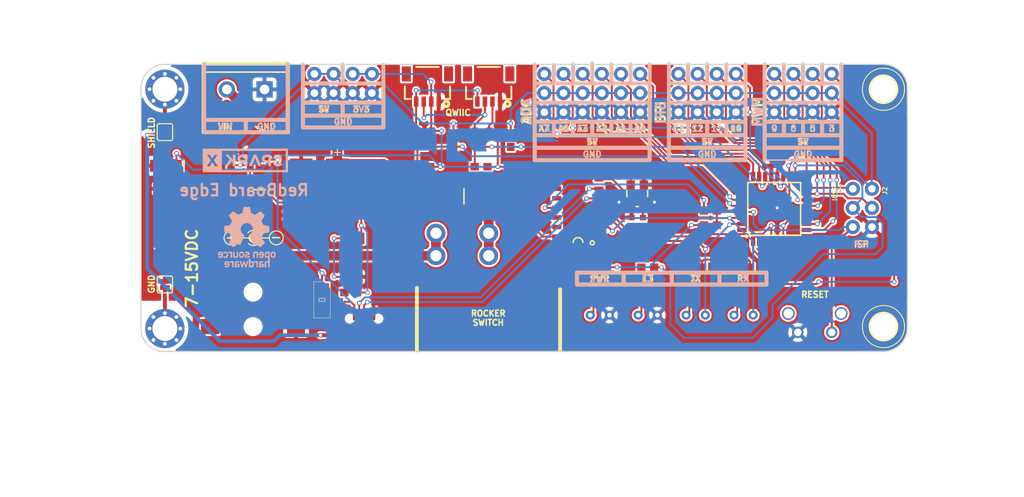
<source format=kicad_pcb>
(kicad_pcb (version 20221018) (generator pcbnew)
  (layers (0 "F.Cu" signal) (31 "B.Cu" signal) (34 "B.Paste" user) (35 "F.Paste" user) (36 "B.SilkS" user "B.Silkscreen") (37 "F.SilkS" user "F.Silkscreen") (38 "B.Mask" user) (39 "F.Mask" user) (44 "Edge.Cuts" user))
  (net 0 "")
  (net 1 "/AREF")
  (net 2 "GND")
  (net 3 "5V")
  (net 4 "VIN")
  (net 5 "3.3V")
  (net 6 "/DTR")
  (net 7 "/RESET")
  (net 8 "Net-(C9-Pad1)")
  (net 9 "Net-(C10-Pad1)")
  (net 10 "Net-(C11-Pad1)")
  (net 11 "Net-(D1-PadA)")
  (net 12 "/RXI")
  (net 13 "Net-(D2-Pad2)")
  (net 14 "/TXO")
  (net 15 "Net-(D3-Pad2)")
  (net 16 "Net-(IC3-Pad1)")
  (net 17 "Net-(J3-PadVIN0)")
  (net 18 "Net-(J4-PadD+)")
  (net 19 "Net-(J4-PadD-)")
  (net 20 "/USBVCC")
  (net 21 "/SCK")
  (net 22 "Net-(U1-Pad10)")
  (net 23 "Net-(U1-Pad11)")
  (net 24 "Net-(U1-Pad12)")
  (net 25 "Net-(U1-Pad14)")
  (net 26 "Net-(U1-Pad15)")
  (net 27 "Net-(U2-Pad4)")
  (net 28 "/IO4")
  (net 29 "Net-(U4-Pad7)")
  (net 30 "Net-(U4-Pad8)")
  (net 31 "/IO7")
  (net 32 "/IO8")
  (net 33 "/SS")
  (net 34 "/MOSI")
  (net 35 "/MISO")
  (net 36 "/AD0")
  (net 37 "/AD1")
  (net 38 "/AD2")
  (net 39 "/AD3")
  (net 40 "/IO2")
  (net 41 "/AD7")
  (net 42 "/AD6")
  (net 43 "/PWM9")
  (net 44 "/PWM6")
  (net 45 "/PWM5")
  (net 46 "/PWM3")
  (net 47 "/SDA")
  (net 48 "/SCL")
  (net 49 "/HI_SCL")
  (net 50 "/HI_SDA")
  (net 51 "Net-(D4-Pad2)")
  (net 52 "Net-(D5-Pad2)")
  (net 53 "/usb_shield")
  (net 54 "Net-(JP1-Pad1)")
  (net 55 "Net-(JP2-Pad1)")
  (net 56 "Net-(F1-Pad2)")
  (net 57 "Net-(J3-PadGND)")
  (footprint "SparkX:SparkX-1X04_1MM_RA" (layer "F.Cu") (at 147.06092 84.19084 180)
    (fp_text reference "J17")
    (fp_text value "Qwiic_Connector")
  )
  (footprint "SparkX:SparkX-1X04_1MM_RA" (layer "F.Cu") (at 138.94308 84.19084 180)
    (fp_text reference "J18")
    (fp_text value "Qwiic_Connector")
  )
  (footprint "RedBoard:SPARKFUN-CAPACITORS_0603" (layer "F.Cu") (at 185.42 91.44 180)
    (fp_text reference "C1")
    (fp_text value "0.1uF")
  )
  (footprint "RedBoard:SPARKFUN-CAPACITORS_0603" (layer "F.Cu") (at 120.65 98.425 90)
    (fp_text reference "C2")
    (fp_text value "0.1uF")
  )
  (footprint "RedBoard:SPARKFUN-CAPACITORS_EIA3216" (layer "F.Cu") (at 116.713 98.29546 90)
    (fp_text reference "C3")
    (fp_text value "10uF")
  )
  (footprint "RedBoard:SPARKFUN-CAPACITORS_0603" (layer "F.Cu") (at 112.903 98.425 -90)
    (fp_text reference "C4")
    (fp_text value "0.1uF")
  )
  (footprint "RedBoard:SPARKFUN-CAPACITORS_PANASONIC_D" (layer "F.Cu") (at 124.60224 92.456)
    (fp_text reference "C5")
    (fp_text value "47uF")
  )
  (footprint "RedBoard:SPARKFUN-CAPACITORS_EIA3216" (layer "F.Cu") (at 104.26446 92.71)
    (fp_text reference "C6")
    (fp_text value "10uF")
  )
  (footprint "RedBoard:SPARKFUN-CAPACITORS_0603" (layer "F.Cu") (at 104.30764 95.758 180)
    (fp_text reference "C7")
    (fp_text value "1.0uF")
  )
  (footprint "RedBoard:SPARKFUN-CAPACITORS_0603" (layer "F.Cu") (at 176.44364 98.679)
    (fp_text reference "C8")
    (fp_text value "0.1uF")
  )
  (footprint "Capacitors_SMD:C_0603" (layer "F.Cu") (at 166.751 99.568 180)
    (fp_text reference "C9")
    (fp_text value "10pF")
  )
  (footprint "Capacitors_SMD:C_0603" (layer "F.Cu") (at 166.751 93.218)
    (fp_text reference "C10")
    (fp_text value "10pF")
  )
  (footprint "Capacitors_SMD:C_0603" (layer "F.Cu") (at 166.751 101.092)
    (fp_text reference "C11")
    (fp_text value "10nF")
  )
  (footprint "Capacitors_SMD:C_0603" (layer "F.Cu") (at 104.406 98.298 180)
    (fp_text reference "C12")
    (fp_text value "0.1uF")
  )
  (footprint "RedBoard:SPARKFUN-DISCRETESEMI_SMA-DIODE" (layer "F.Cu") (at 144.78 96.774 180)
    (fp_text reference "D1")
    (fp_text value "MBRA140")
  )
  (footprint "NewParts:LED_RED_T1-.75_RT_ANG_PCB" (layer "F.Cu") (at 180.848 112.522)
    (fp_text reference "D2")
    (fp_text value "Green")
  )
  (footprint "NewParts:LED_RED_T1-.75_RT_ANG_PCB" (layer "F.Cu") (at 174.498 112.522)
    (fp_text reference "D3")
    (fp_text value "Yellow")
  )
  (footprint "RedBoard:TESTING_SOT223-ALT1" (layer "F.Cu") (at 130.175 99.314)
    (fp_text reference "IC3")
    (fp_text value "LM1117")
  )
  (footprint "RedBoard:TESTING_POWER_JACK_SMD_OVERPASTE_SUPER_BOMB_DIGITY" (layer "F.Cu") (at 115.824 114.046 90)
    (fp_text reference "J3")
    (fp_text value "POWER_JACKSUPER_BOMB_DIGITY")
  )
  (footprint "Connectors:USB-B-MICRO-SMD" (layer "F.Cu") (at 130.5433 115.189 90)
    (fp_text reference "J4")
    (fp_text value "microB")
  )
  (footprint "RedBoard:SPARKFUN_STAND-OFF" (layer "F.Cu") (at 199.39 114.046)
    (fp_text reference "JP4")
    (fp_text value "STAND-OFF")
  )
  (footprint "RedBoard:SPARKFUN_STAND-OFF" (layer "F.Cu") (at 199.39 82.55)
    (fp_text reference "JP6")
    (fp_text value "STAND-OFF")
  )
  (footprint "RedBoard:SPARKFUN_FIDUCIAL-1X2" (layer "F.Cu") (at 107.5055 85.852)
    (fp_text reference "JP8")
    (fp_text value "FIDUCIAL1X2")
  )
  (footprint "RedBoard:SPARKFUN_FIDUCIAL-1X2" (layer "F.Cu") (at 196.342 110.744)
    (fp_text reference "JP9")
    (fp_text value "FIDUCIAL1X2")
  )
  (footprint "RedBoard:SPARKFUN-DISCRETESEMI_SOT23-3" (layer "F.Cu") (at 116.44122 91.88196 -90)
    (fp_text reference "Q1")
    (fp_text value "1A/60V/500mO")
  )
  (footprint "RedBoard:SPARKFUN-RESISTORS_0603" (layer "F.Cu") (at 168.148 106.172 180)
    (fp_text reference "R1")
    (fp_text value "1k")
  )
  (footprint "RedBoard:SPARKFUN-RESISTORS_0603" (layer "F.Cu") (at 161.798 106.172)
    (fp_text reference "R2")
    (fp_text value "1k")
  )
  (footprint "RedBoard:SPARKFUN-RESISTORS_0603" (layer "F.Cu") (at 176.44364 100.584 180)
    (fp_text reference "R3")
    (fp_text value "10k")
  )
  (footprint "RedBoard:SPARKFUN-RESISTORS_0603" (layer "F.Cu") (at 112.903 91.78036 -90)
    (fp_text reference "R4")
    (fp_text value "10k")
  )
  (footprint "RedBoard:SPARKFUN-RESISTORS_0603" (layer "F.Cu") (at 128.778 107.442 180)
    (fp_text reference "R14")
    (fp_text value "715")
  )
  (footprint "RedBoard:SPARKFUN-RESISTORS_0603" (layer "F.Cu") (at 128.778 109.5248)
    (fp_text reference "R15")
    (fp_text value "240")
  )
  (footprint "NewParts:SWITCH_TACTILE_SPST-NO_0.05A_12V" (layer "F.Cu") (at 190.282 112.308)
    (fp_text reference "S1")
    (fp_text value "RESET")
  )
  (footprint "IC:SO16" (layer "F.Cu") (at 158.877 97.663 90)
    (fp_text reference "U1")
    (fp_text value "CH340G")
  )
  (footprint "RedBoard:SPARKFUN-POWERIC_SOT23-5" (layer "F.Cu") (at 104.3686 102.6668)
    (fp_text reference "U2")
    (fp_text value "MIC5205")
  )
  (footprint "RedBoard:SPARKFUN-IC-MICROCONTROLLER_TQFP32-08" (layer "F.Cu") (at 184.912 98.425 90)
    (fp_text reference "U4")
    (fp_text value "ATMEGA328P_TQFP")
  )
  (footprint "RedBoard:SPARKFUN-CLOCKS_RESONATOR-SMD-3.2X1.3" (layer "F.Cu") (at 186.055 106.299)
    (fp_text reference "Y1")
    (fp_text value "16MHz")
  )
  (footprint "Clocks:CRYSTAL-SMD-3.2X2.5MM" (layer "F.Cu") (at 166.751 96.393 -90)
    (fp_text reference "Y2")
    (fp_text value "12MHz")
  )
  (footprint "DiscreteSemi:SparkFun-DiscreteSemi-SOT23-3" (layer "F.Cu") (at 138.557 89.07272 180)
    (fp_text reference "Q2")
    (fp_text value "BSS138")
  )
  (footprint "DiscreteSemi:SparkFun-DiscreteSemi-SOT23-3" (layer "F.Cu") (at 146.16176 89.08542 180)
    (fp_text reference "Q3")
    (fp_text value "BSS138")
  )
  (footprint "RedBoard:SPARKFUN-RESISTORS_0603" (layer "F.Cu") (at 138.4554 92.837)
    (fp_text reference "R7")
    (fp_text value "4.7k")
  )
  (footprint "RedBoard:SPARKFUN-RESISTORS_0603" (layer "F.Cu") (at 146.05 92.837)
    (fp_text reference "R8")
    (fp_text value "4.7k")
  )
  (footprint "RedBoard:SPARKFUN-RESISTORS_0603" (layer "F.Cu") (at 142.3924 89.32164 90)
    (fp_text reference "R9")
    (fp_text value "4.7k")
  )
  (footprint "RedBoard:SPARKFUN-RESISTORS_0603" (layer "F.Cu") (at 149.987 89.34704 90)
    (fp_text reference "R10")
    (fp_text value "4.7k")
  )
  (footprint "Connectors:1X06" (layer "F.Cu") (at 154.432 83.058)
    (fp_text reference "5V1")
    (fp_text value "CONN_06SILK_FEMALE_PTH")
  )
  (footprint "Connectors:1X04" (layer "F.Cu") (at 184.912 83.058)
    (fp_text reference "5V2")
    (fp_text value "CONN_04")
  )
  (footprint "Connectors:1X04" (layer "F.Cu") (at 172.212 83.058)
    (fp_text reference "5V3")
    (fp_text value "CONN_04")
  )
  (footprint "Connectors:1X06" (layer "F.Cu") (at 154.432 80.518)
    (fp_text reference "ADC1")
    (fp_text value "CONN_06SILK_FEMALE_PTH")
  )
  (footprint "Connectors:1X06" (layer "F.Cu") (at 154.432 85.598)
    (fp_text reference "GND1")
    (fp_text value "CONN_06SILK_FEMALE_PTH")
  )
  (footprint "Connectors:1X04" (layer "F.Cu") (at 184.912 85.598)
    (fp_text reference "GND2")
    (fp_text value "CONN_04")
  )
  (footprint "Connectors:1X04" (layer "F.Cu") (at 172.212 85.598)
    (fp_text reference "GND3")
    (fp_text value "CONN_04")
  )
  (footprint "Connectors:1X04" (layer "F.Cu") (at 184.912 80.518)
    (fp_text reference "PWM1")
    (fp_text value "CONN_04")
  )
  (footprint "Connectors:1X04" (layer "F.Cu") (at 172.212 80.518)
    (fp_text reference "SPI1")
    (fp_text value "CONN_04")
  )
  (footprint "NewParts:LED_RED_T1-.75_RT_ANG_PCB" (layer "F.Cu") (at 161.798 112.522)
    (fp_text reference "D4")
    (fp_text value "Red")
  )
  (footprint "NewParts:LED_RED_T1-.75_RT_ANG_PCB" (layer "F.Cu") (at 168.148 112.522)
    (fp_text reference "D5")
    (fp_text value "Blue")
  )
  (footprint "Connectors:SCREWTERMINAL-5MM-2" (layer "F.Cu") (at 117.348 82.5754 180)
    (fp_text reference "J1")
    (fp_text value "CONN_025MM")
  )
  (footprint "Connectors:1X04" (layer "F.Cu") (at 131.572 80.518 180)
    (fp_text reference "J5")
    (fp_text value "CONN_04")
  )
  (footprint "Connectors:1X04" (layer "F.Cu") (at 123.952 83.058)
    (fp_text reference "J6")
    (fp_text value "CONN_04")
  )
  (footprint "Jumpers:SMT-JUMPER_2_NO_SILK" (layer "F.Cu") (at 104.14 88.2396 -90)
    (fp_text reference "JP1")
    (fp_text value "JUMPER-SMT_2_NO_SILK")
  )
  (footprint "Jumpers:SMT-JUMPER_2_NO_SILK" (layer "F.Cu") (at 104.14 108.458 90)
    (fp_text reference "JP2")
    (fp_text value "JUMPER-SMT_2_NO_SILK")
  )
  (footprint "NewParts:RockerSwitch_RA" (layer "F.Cu") (at 147.066 117.648 180)
    (fp_text reference "S2")
    (fp_text value "SWITCH-SPDT-PTH-11.6X4.0MM")
  )
  (footprint "NewParts:Standoff_Grounding" (layer "F.Cu") (at 104.14 82.55)
    (fp_text reference "U3")
    (fp_text value "Standoff_Grounding")
  )
  (footprint "NewParts:Standoff_Grounding" (layer "F.Cu") (at 104.14 114.3)
    (fp_text reference "U5")
    (fp_text value "Standoff_Grounding")
  )
  (footprint "RedBoard:SPARKFUN-FUSES_1206" (layer "F.Cu") (at 124.968 110.49 -90)
    (fp_text reference "F1")
    (fp_text value "PTC .5A")
  )
  (footprint "Connectors:2X3-NS" (layer "F.Cu") (at 196.596 98.298 -90)
    (fp_text reference "J2")
    (fp_text value "ICSP")
  )
  (footprint "RedBoard:SPARKFUN-RESISTORS_0603" (layer "F.Cu") (at 180.848 106.172)
    (fp_text reference "R5")
    (fp_text value "1k")
  )
  (footprint "RedBoard:SPARKFUN-RESISTORS_0603" (layer "F.Cu") (at 174.498 106.172 180)
    (fp_text reference "R6")
    (fp_text value "1k")
  )
  (footprint "Symbols:Symbol_Barrel_Polarity" (layer "F.Cu") (at 115.9002 102.3493 180)
    (fp_text reference "REF**" hide)
    (fp_text value "Symbol_Barrel_Polarity")
  )
  (footprint "Custom_Silk:SparkX_Logo" (layer "B.Cu") (at 114.808 92.0115 180)
    (fp_text reference "G***" hide)
    (fp_text value "LOGO" hide)
  )
  (footprint "Symbols:OSHW-Logo_7.5x8mm_SilkScreen" (layer "B.Cu") (at 114.9985 102.1715 180)
    (fp_text reference "REF***" hide)
    (fp_text value "OSHW-Logo_7.5x8mm_SilkScreen" hide)
  )
  (gr_line (start 109.347 88.265) (end 109.347 86.614) (stroke (width 0.508)) (layer "B.SilkS"))
  (gr_line (start 120.396 86.614) (end 120.396 88.265) (stroke (width 0.508)) (layer "B.SilkS"))
  (gr_line (start 183.642 91.948) (end 183.642 79.248) (stroke (width 0.2)) (layer "B.SilkS"))
  (gr_line (start 191.262 86.9315) (end 191.262 88.519) (stroke (width 0.2)) (layer "B.SilkS"))
  (gr_line (start 165.862 86.9315) (end 165.862 88.5825) (stroke (width 0.508)) (layer "B.SilkS"))
  (gr_line (start 109.347 86.6775) (end 109.347 79.1845) (stroke (width 0.508)) (layer "B.SilkS"))
  (gr_line (start 164.973 108.3945) (end 164.973 106.9975) (stroke (width 0.508)) (layer "B.SilkS"))
  (gr_line (start 188.722 86.868) (end 188.722 88.646) (stroke (width 0.2)) (layer "B.SilkS"))
  (gr_line (start 127.762 79.248) (end 127.762 81.788) (stroke (width 0.2)) (layer "B.SilkS"))
  (gr_line (start 176.022 86.9315) (end 176.022 88.5825) (stroke (width 0.2)) (layer "B.SilkS"))
  (gr_line (start 183.896 108.458) (end 183.896 106.8705) (stroke (width 0.508)) (layer "B.SilkS"))
  (gr_line (start 127.6985 84.3915) (end 127.6985 85.9155) (stroke (width 0.508)) (layer "B.SilkS"))
  (gr_line (start 191.262 79.248) (end 191.262 81.788) (stroke (width 0.2)) (layer "B.SilkS"))
  (gr_line (start 122.428 87.63) (end 133.096 87.63) (stroke (width 0.508)) (layer "B.SilkS"))
  (gr_line (start 133.096 87.63) (end 133.096 79.3115) (stroke (width 0.508)) (layer "B.SilkS"))
  (gr_line (start 186.182 86.9315) (end 186.182 88.519) (stroke (width 0.508)) (layer "B.SilkS"))
  (gr_line (start 176.022 79.248) (end 176.022 81.661) (stroke (width 0.508)) (layer "B.SilkS"))
  (gr_line (start 158.75 108.458) (end 183.896 108.458) (stroke (width 0.508)) (layer "B.SilkS"))
  (gr_line (start 109.347 86.614) (end 120.396 86.614) (stroke (width 0.508)) (layer "B.SilkS"))
  (gr_line (start 193.802 86.868) (end 183.769 86.868) (stroke (width 0.508)) (layer "B.SilkS"))
  (gr_line (start 168.402 86.868) (end 153.162 86.868) (stroke (width 0.2)) (layer "B.SilkS"))
  (gr_line (start 114.8715 86.614) (end 114.8715 88.265) (stroke (width 0.2)) (layer "B.SilkS"))
  (gr_line (start 181.102 81.788) (end 170.942 81.788) (stroke (width 0.2)) (layer "B.SilkS"))
  (gr_line (start 163.322 88.5825) (end 163.322 86.9315) (stroke (width 0.2)) (layer "B.SilkS"))
  (gr_line (start 164.973 106.8705) (end 164.973 108.458) (stroke (width 0.2)) (layer "B.SilkS"))
  (gr_line (start 193.802 90.297) (end 183.7055 90.297) (stroke (width 0.2)) (layer "B.SilkS"))
  (gr_line (start 193.802 79.248) (end 193.802 91.948) (stroke (width 0.2)) (layer "B.SilkS"))
  (gr_line (start 133.096 87.63) (end 133.096 79.248) (stroke (width 0.2)) (layer "B.SilkS"))
  (gr_line (start 158.242 86.9315) (end 158.242 88.519) (stroke (width 0.508)) (layer "B.SilkS"))
  (gr_line (start 191.262 79.248) (end 191.262 81.7245) (stroke (width 0.508)) (layer "B.SilkS"))
  (gr_line (start 153.162 90.297) (end 168.275 90.297) (stroke (width 0.508)) (layer "B.SilkS"))
  (gr_line (start 122.555 86.0425) (end 132.969 86.0425) (stroke (width 0.508)) (layer "B.SilkS"))
  (gr_line (start 171.323 106.934) (end 171.323 108.3945) (stroke (width 0.2)) (layer "B.SilkS"))
  (gr_line (start 181.102 91.948) (end 170.942 91.948) (stroke (width 0.508)) (layer "B.SilkS"))
  (gr_line (start 171.0055 90.297) (end 181.0385 90.297) (stroke (width 0.2)) (layer "B.SilkS"))
  (gr_line (start 181.0385 88.646) (end 171.069 88.646) (stroke (width 0.508)) (layer "B.SilkS"))
  (gr_line (start 153.162 84.328) (end 168.402 84.328) (stroke (width 0.2)) (layer "B.SilkS"))
  (gr_line (start 193.7385 86.868) (end 183.642 86.868) (stroke (width 0.2)) (layer "B.SilkS"))
  (gr_line (start 181.0385 84.328) (end 171.069 84.328) (stroke (width 0.508)) (layer "B.SilkS"))
  (gr_line (start 122.428 85.979) (end 133.096 85.979) (stroke (width 0.2)) (layer "B.SilkS"))
  (gr_line (start 170.942 86.868) (end 180.975 86.868) (stroke (width 0.508)) (layer "B.SilkS"))
  (gr_line (start 163.322 86.9315) (end 163.322 88.519) (stroke (width 0.508)) (layer "B.SilkS"))
  (gr_line (start 165.862 79.248) (end 165.862 81.7245) (stroke (width 0.508)) (layer "B.SilkS"))
  (gr_line (start 170.942 84.328) (end 181.102 84.328) (stroke (width 0.2)) (layer "B.SilkS"))
  (gr_line (start 122.428 87.63) (end 133.096 87.63) (stroke (width 0.2)) (layer "B.SilkS"))
  (gr_line (start 160.782 88.5825) (end 160.782 87.0585) (stroke (width 0.508)) (layer "B.SilkS"))
  (gr_line (start 173.482 79.248) (end 173.482 81.788) (stroke (width 0.2)) (layer "B.SilkS"))
  (gr_line (start 122.428 79.248) (end 122.428 87.63) (stroke (width 0.508)) (layer "B.SilkS"))
  (gr_line (start 114.8715 88.265) (end 114.8715 86.6775) (stroke (width 0.508)) (layer "B.SilkS"))
  (gr_line (start 127.6985 79.248) (end 127.6985 81.788) (stroke (width 0.508)) (layer "B.SilkS"))
  (gr_line (start 109.347 86.614) (end 120.396 86.614) (stroke (width 0.2)) (layer "B.SilkS"))
  (gr_line (start 153.162 79.248) (end 153.162 91.948) (stroke (width 0.2)) (layer "B.SilkS"))
  (gr_line (start 186.182 79.248) (end 186.182 81.788) (stroke (width 0.508)) (layer "B.SilkS"))
  (gr_line (start 170.942 91.948) (end 181.102 91.948) (stroke (width 0.2)) (layer "B.SilkS"))
  (gr_line (start 183.896 106.8705) (end 158.75 106.8705) (stroke (width 0.508)) (layer "B.SilkS"))
  (gr_line (start 188.722 86.868) (end 188.722 88.646) (stroke (width 0.508)) (layer "B.SilkS"))
  (gr_line (start 177.673 106.8705) (end 177.673 108.458) (stroke (width 0.2)) (layer "B.SilkS"))
  (gr_line (start 165.862 79.248) (end 165.862 81.788) (stroke (width 0.2)) (layer "B.SilkS"))
  (gr_line (start 186.182 86.9315) (end 186.182 88.646) (stroke (width 0.2)) (layer "B.SilkS"))
  (gr_line (start 155.702 79.3115) (end 155.702 81.661) (stroke (width 0.508)) (layer "B.SilkS"))
  (gr_line (start 158.75 108.458) (end 183.896 108.458) (stroke (width 0.2)) (layer "B.SilkS"))
  (gr_line (start 168.402 79.248) (end 168.402 91.948) (stroke (width 0.508)) (layer "B.SilkS"))
  (gr_line (start 183.896 106.8705) (end 158.75 106.8705) (stroke (width 0.2)) (layer "B.SilkS"))
  (gr_line (start 168.402 81.788) (end 153.162 81.788) (stroke (width 0.2)) (layer "B.SilkS"))
  (gr_line (start 153.2255 81.788) (end 168.3385 81.788) (stroke (width 0.508)) (layer "B.SilkS"))
  (gr_line (start 177.673 108.3945) (end 177.673 106.9975) (stroke (width 0.508)) (layer "B.SilkS"))
  (gr_line (start 183.642 91.948) (end 183.642 79.248) (stroke (width 0.508)) (layer "B.SilkS"))
  (gr_line (start 127.762 84.328) (end 127.762 85.979) (stroke (width 0.2)) (layer "B.SilkS"))
  (gr_line (start 193.675 90.297) (end 183.7055 90.297) (stroke (width 0.508)) (layer "B.SilkS"))
  (gr_line (start 193.675 81.788) (end 183.769 81.788) (stroke (width 0.508)) (layer "B.SilkS"))
  (gr_line (start 168.402 91.948) (end 153.162 91.948) (stroke (width 0.508)) (layer "B.SilkS"))
  (gr_line (start 168.402 90.297) (end 153.162 90.297) (stroke (width 0.2)) (layer "B.SilkS"))
  (gr_line (start 158.75 106.8705) (end 158.75 108.458) (stroke (width 0.508)) (layer "B.SilkS"))
  (gr_line (start 193.802 79.248) (end 193.802 91.948) (stroke (width 0.508)) (layer "B.SilkS"))
  (gr_line (start 168.402 91.948) (end 168.402 79.248) (stroke (width 0.2)) (layer "B.SilkS"))
  (gr_line (start 132.969 84.328) (end 122.6185 84.328) (stroke (width 0.508)) (layer "B.SilkS"))
  (gr_line (start 158.242 79.248) (end 158.242 81.788) (stroke (width 0.508)) (layer "B.SilkS"))
  (gr_line (start 160.782 79.121) (end 160.782 81.661) (stroke (width 0.508)) (layer "B.SilkS"))
  (gr_line (start 120.396 86.614) (end 120.396 88.265) (stroke (width 0.2)) (layer "B.SilkS"))
  (gr_line (start 155.702 81.788) (end 155.702 79.248) (stroke (width 0.2)) (layer "B.SilkS"))
  (gr_line (start 183.769 84.328) (end 193.6115 84.328) (stroke (width 0.508)) (layer "B.SilkS"))
  (gr_line (start 178.562 86.9315) (end 178.562 88.5825) (stroke (width 0.2)) (layer "B.SilkS"))
  (gr_line (start 120.396 88.265) (end 109.347 88.265) (stroke (width 0.2)) (layer "B.SilkS"))
  (gr_line (start 183.642 88.646) (end 193.675 88.646) (stroke (width 0.508)) (layer "B.SilkS"))
  (gr_line (start 173.482 86.995) (end 173.482 88.519) (stroke (width 0.508)) (layer "B.SilkS"))
  (gr_line (start 109.347 88.265) (end 109.347 86.614) (stroke (width 0.2)) (layer "B.SilkS"))
  (gr_line (start 120.396 86.6775) (end 120.396 79.1845) (stroke (width 0.508)) (layer "B.SilkS"))
  (gr_line (start 188.722 79.248) (end 188.722 81.7245) (stroke (width 0.2)) (layer "B.SilkS"))
  (gr_line (start 181.102 79.248) (end 181.102 91.948) (stroke (width 0.508)) (layer "B.SilkS"))
  (gr_line (start 183.896 108.458) (end 183.896 106.8705) (stroke (width 0.2)) (layer "B.SilkS"))
  (gr_line (start 163.322 81.788) (end 163.322 79.248) (stroke (width 0.2)) (layer "B.SilkS"))
  (gr_line (start 181.102 86.868) (end 170.942 86.868) (stroke (width 0.2)) (layer "B.SilkS"))
  (gr_line (start 155.702 86.868) (end 155.702 88.646) (stroke (width 0.2)) (layer "B.SilkS"))
  (gr_line (start 165.862 86.9315) (end 165.862 88.5825) (stroke (width 0.2)) (layer "B.SilkS"))
  (gr_line (start 122.428 81.788) (end 133.096 81.788) (stroke (width 0.2)) (layer "B.SilkS"))
  (gr_line (start 158.75 106.934) (end 158.75 108.3945) (stroke (width 0.2)) (layer "B.SilkS"))
  (gr_line (start 163.322 79.248) (end 163.322 81.661) (stroke (width 0.508)) (layer "B.SilkS"))
  (gr_line (start 158.242 79.248) (end 158.242 81.7245) (stroke (width 0.2)) (layer "B.SilkS"))
  (gr_line (start 158.242 88.646) (end 158.242 86.9315) (stroke (width 0.2)) (layer "B.SilkS"))
  (gr_line (start 133.096 84.328) (end 122.428 84.328) (stroke (width 0.2)) (layer "B.SilkS"))
  (gr_line (start 153.162 88.646) (end 168.402 88.646) (stroke (width 0.2)) (layer "B.SilkS"))
  (gr_line (start 168.275 84.328) (end 153.289 84.328) (stroke (width 0.508)) (layer "B.SilkS"))
  (gr_line (start 178.562 79.248) (end 178.562 81.788) (stroke (width 0.2)) (layer "B.SilkS"))
  (gr_line (start 160.782 79.248) (end 160.782 81.7245) (stroke (width 0.2)) (layer "B.SilkS"))
  (gr_line (start 173.482 79.248) (end 173.482 81.661) (stroke (width 0.508)) (layer "B.SilkS"))
  (gr_line (start 170.942 91.948) (end 170.942 79.248) (stroke (width 0.508)) (layer "B.SilkS"))
  (gr_line (start 181.102 91.948) (end 181.102 79.248) (stroke (width 0.2)) (layer "B.SilkS"))
  (gr_line (start 168.3385 88.646) (end 153.289 88.646) (stroke (width 0.508)) (layer "B.SilkS"))
  (gr_line (start 191.262 86.9315) (end 191.262 88.519) (stroke (width 0.508)) (layer "B.SilkS"))
  (gr_line (start 193.802 91.948) (end 187.198 91.948) (stroke (width 0.508)) (layer "B.SilkS"))
  (gr_line (start 183.642 84.328) (end 193.7385 84.328) (stroke (width 0.2)) (layer "B.SilkS"))
  (gr_line (start 178.562 79.248) (end 178.562 81.7245) (stroke (width 0.508)) (layer "B.SilkS"))
  (gr_line (start 176.022 79.248) (end 176.022 81.788) (stroke (width 0.2)) (layer "B.SilkS"))
  (gr_line (start 153.162 91.948) (end 153.162 79.248) (stroke (width 0.508)) (layer "B.SilkS"))
  (gr_line (start 170.942 90.297) (end 181.0385 90.297) (stroke (width 0.508)) (layer "B.SilkS"))
  (gr_line (start 183.642 88.646) (end 193.802 88.646) (stroke (width 0.2)) (layer "B.SilkS"))
  (gr_line (start 160.782 86.868) (end 160.782 88.646) (stroke (width 0.2)) (layer "B.SilkS"))
  (gr_line (start 153.162 86.868) (end 168.275 86.868) (stroke (width 0.508)) (layer "B.SilkS"))
  (gr_line (start 188.722 79.248) (end 188.722 81.7245) (stroke (width 0.508)) (layer "B.SilkS"))
  (gr_line (start 193.802 81.788) (end 183.642 81.788) (stroke (width 0.2)) (layer "B.SilkS"))
  (gr_line (start 155.702 88.646) (end 155.702 87.0585) (stroke (width 0.508)) (layer "B.SilkS"))
  (gr_line (start 171.323 108.3945) (end 171.323 106.934) (stroke (width 0.508)) (layer "B.SilkS"))
  (gr_line (start 158.75 108.3945) (end 158.75 108.458) (stroke (width 0.2)) (layer "B.SilkS"))
  (gr_line (start 170.942 79.248) (end 170.942 91.948) (stroke (width 0.2)) (layer "B.SilkS"))
  (gr_line (start 153.162 91.948) (end 168.402 91.948) (stroke (width 0.2)) (layer "B.SilkS"))
  (gr_line (start 120.396 88.265) (end 109.347 88.265) (stroke (width 0.508)) (layer "B.SilkS"))
  (gr_line (start 170.942 88.646) (end 181.0385 88.646) (stroke (width 0.2)) (layer "B.SilkS"))
  (gr_line (start 193.802 91.948) (end 183.642 91.948) (stroke (width 0.2)) (layer "B.SilkS"))
  (gr_line (start 178.562 86.995) (end 178.562 88.5825) (stroke (width 0.508)) (layer "B.SilkS"))
  (gr_line (start 186.182 79.248) (end 186.182 81.7245) (stroke (width 0.2)) (layer "B.SilkS"))
  (gr_line (start 193.675 95.1865) (end 193.675 96.3295) (stroke (width 0.2)) (layer "B.SilkS"))
  (gr_line (start 173.482 86.9315) (end 173.482 88.5825) (stroke (width 0.2)) (layer "B.SilkS"))
  (gr_line (start 176.022 86.995) (end 176.022 88.4555) (stroke (width 0.508)) (layer "B.SilkS"))
  (gr_line (start 122.428 79.248) (end 122.428 87.63) (stroke (width 0.2)) (layer "B.SilkS"))
  (gr_line (start 170.942 81.788) (end 180.975 81.788) (stroke (width 0.508)) (layer "B.SilkS"))
  (gr_line (start 122.555 81.788) (end 132.9055 81.788) (stroke (width 0.508)) (layer "B.SilkS"))
  (gr_line (start 153.162 86.868) (end 168.402 86.868) (stroke (width 0.2)) (layer "F.SilkS"))
  (gr_line (start 153.162 88.646) (end 168.402 88.646) (stroke (width 0.2)) (layer "F.SilkS"))
  (gr_line (start 114.8715 86.614) (end 114.8715 88.265) (stroke (width 0.2)) (layer "F.SilkS"))
  (gr_line (start 176.022 79.248) (end 176.022 81.788) (stroke (width 0.2)) (layer "F.SilkS"))
  (gr_line (start 122.428 86.233) (end 122.428 87.63) (stroke (width 0.2)) (layer "F.SilkS"))
  (gr_line (start 158.75 108.458) (end 158.75 106.8832) (stroke (width 0.508)) (layer "F.SilkS"))
  (gr_line (start 122.428 87.63) (end 133.096 87.63) (stroke (width 0.2)) (layer "F.SilkS"))
  (gr_line (start 164.9476 106.934) (end 164.9476 108.3056) (stroke (width 0.508)) (layer "F.SilkS"))
  (gr_line (start 183.896 108.458) (end 158.75 108.458) (stroke (width 0.508)) (layer "F.SilkS"))
  (gr_line (start 193.802 86.868) (end 183.769 86.868) (stroke (width 0.2)) (layer "F.SilkS"))
  (gr_circle (center 160.782 102.9335) (end 161.036 102.87) (stroke (width 0.2)) (fill none) (layer "F.SilkS"))
  (gr_line (start 133.096 87.63) (end 133.096 86.233) (stroke (width 0.2)) (layer "F.SilkS"))
  (gr_line (start 171.3484 106.9848) (end 171.3484 108.3056) (stroke (width 0.508)) (layer "F.SilkS"))
  (gr_line (start 153.2128 90.3224) (end 168.2496 90.3224) (stroke (width 0.508)) (layer "F.SilkS"))
  (gr_line (start 137.541 117.348) (end 137.541 108.9025) (stroke (width 0.508)) (layer "F.SilkS"))
  (gr_line (start 164.973 108.458) (end 164.973 106.8705) (stroke (width 0.2)) (layer "F.SilkS"))
  (gr_line (start 178.562 79.248) (end 178.562 81.6356) (stroke (width 0.508)) (layer "F.SilkS"))
  (gr_line (start 122.5296 86.0552) (end 133.0452 86.0552) (stroke (width 0.508)) (layer "F.SilkS"))
  (gr_line (start 173.482 86.868) (end 173.482 88.5952) (stroke (width 0.508)) (layer "F.SilkS"))
  (gr_line (start 127.7112 86.0044) (end 127.7112 84.4296) (stroke (width 0.508)) (layer "F.SilkS"))
  (gr_line (start 171.323 108.458) (end 171.323 106.8705) (stroke (width 0.2)) (layer "F.SilkS"))
  (gr_line (start 183.642 90.297) (end 193.802 90.297) (stroke (width 0.2)) (layer "F.SilkS"))
  (gr_line (start 133.096 86.233) (end 133.096 79.248) (stroke (width 0.2)) (layer "F.SilkS"))
  (gr_line (start 153.162 79.248) (end 153.162 88.773) (stroke (width 0.2)) (layer "F.SilkS"))
  (gr_line (start 158.75 106.8832) (end 183.896 106.8832) (stroke (width 0.508)) (layer "F.SilkS"))
  (gr_line (start 193.802 90.297) (end 193.802 88.519) (stroke (width 0.2)) (layer "F.SilkS"))
  (gr_line (start 170.942 91.948) (end 181.102 91.948) (stroke (width 0.2)) (layer "F.SilkS"))
  (gr_line (start 183.642 84.328) (end 193.802 84.328) (stroke (width 0.2)) (layer "F.SilkS"))
  (gr_line (start 165.862 81.788) (end 165.862 79.248) (stroke (width 0.2)) (layer "F.SilkS"))
  (gr_line (start 153.162 88.773) (end 153.162 90.424) (stroke (width 0.2)) (layer "F.SilkS"))
  (gr_line (start 181.0004 90.3224) (end 171.0436 90.3224) (stroke (width 0.508)) (layer "F.SilkS"))
  (gr_line (start 155.702 81.788) (end 155.702 79.248) (stroke (width 0.2)) (layer "F.SilkS"))
  (gr_line (start 181.102 88.646) (end 181.102 86.995) (stroke (width 0.2)) (layer "F.SilkS"))
  (gr_line (start 170.942 86.868) (end 170.942 79.248) (stroke (width 0.2)) (layer "F.SilkS"))
  (gr_line (start 170.942 88.646) (end 170.942 91.948) (stroke (width 0.2)) (layer "F.SilkS"))
  (gr_line (start 183.7436 90.3224) (end 193.7004 90.3224) (stroke (width 0.508)) (layer "F.SilkS"))
  (gr_line (start 153.162 90.297) (end 168.402 90.297) (stroke (width 0.2)) (layer "F.SilkS"))
  (gr_line (start 153.162 81.788) (end 168.402 81.788) (stroke (width 0.2)) (layer "F.SilkS"))
  (gr_line (start 181.0512 84.328) (end 171.0944 84.328) (stroke (width 0.508)) (layer "F.SilkS"))
  (gr_line (start 186.182 79.248) (end 186.182 81.788) (stroke (width 0.2)) (layer "F.SilkS"))
  (gr_line (start 109.2708 79.1464) (end 120.4468 79.1464) (stroke (width 0.508)) (layer "F.SilkS"))
  (gr_line (start 158.242 87.0204) (end 158.242 88.5444) (stroke (width 0.508)) (layer "F.SilkS"))
  (gr_line (start 127.762 81.788) (end 127.762 79.248) (stroke (width 0.2)) (layer "F.SilkS"))
  (gr_line (start 168.402 90.424) (end 168.402 88.646) (stroke (width 0.2)) (layer "F.SilkS"))
  (gr_line (start 168.402 79.248) (end 168.402 88.519) (stroke (width 0.2)) (layer "F.SilkS"))
  (gr_line (start 188.722 79.248) (end 188.722 81.788) (stroke (width 0.2)) (layer "F.SilkS"))
  (gr_line (start 122.428 79.248) (end 122.428 87.63) (stroke (width 0.508)) (layer "F.SilkS"))
  (gr_line (start 122.428 81.788) (end 133.096 81.788) (stroke (width 0.2)) (layer "F.SilkS"))
  (gr_line (start 170.942 81.788) (end 181.0004 81.788) (stroke (width 0.508)) (layer "F.SilkS"))
  (gr_line (start 160.782 86.868) (end 160.782 88.646) (stroke (width 0.2)) (layer "F.SilkS"))
  (gr_line (start 153.162 79.248) (end 153.162 91.948) (stroke (width 0.508)) (layer "F.SilkS"))
  (gr_line (start 153.162 90.424) (end 153.162 91.948) (stroke (width 0.2)) (layer "F.SilkS"))
  (gr_line (start 176.022 86.868) (end 176.022 88.646) (stroke (width 0.2)) (layer "F.SilkS"))
  (gr_line (start 120.4468 88.26246) (end 120.4468 86.61146) (stroke (width 0.2)) (layer "F.SilkS"))
  (gr_line (start 122.428 84.328) (end 133.096 84.328) (stroke (width 0.2)) (layer "F.SilkS"))
  (gr_line (start 133.096 87.63) (end 133.096 79.2988) (stroke (width 0.508)) (layer "F.SilkS"))
  (gr_line (start 181.1655 106.8705) (end 183.896 106.8705) (stroke (width 0.2)) (layer "F.SilkS"))
  (gr_line (start 122.428 86.233) (end 122.428 79.248) (stroke (width 0.2)) (layer "F.SilkS"))
  (gr_line (start 183.769 86.868) (end 183.642 86.868) (stroke (width 0.2)) (layer "F.SilkS"))
  (gr_line (start 163.322 86.868) (end 163.322 88.646) (stroke (width 0.2)) (layer "F.SilkS"))
  (gr_line (start 158.242 81.788) (end 158.242 79.248) (stroke (width 0.2)) (layer "F.SilkS"))
  (gr_line (start 170.9928 88.646) (end 181.0004 88.646) (stroke (width 0.508)) (layer "F.SilkS"))
  (gr_line (start 183.642 88.646) (end 193.802 88.646) (stroke (width 0.2)) (layer "F.SilkS"))
  (gr_line (start 193.802 88.646) (end 193.802 86.868) (stroke (width 0.2)) (layer "F.SilkS"))
  (gr_line (start 181.102 79.248) (end 181.102 86.868) (stroke (width 0.2)) (layer "F.SilkS"))
  (gr_line (start 170.942 88.646) (end 181.102 88.646) (stroke (width 0.2)) (layer "F.SilkS"))
  (gr_line (start 168.402 91.948) (end 168.402 79.248) (stroke (width 0.508)) (layer "F.SilkS"))
  (gr_line (start 163.322 79.248) (end 163.322 81.6356) (stroke (width 0.508)) (layer "F.SilkS"))
  (gr_line (start 193.802 91.948) (end 193.802 90.297) (stroke (width 0.2)) (layer "F.SilkS"))
  (gr_line (start 191.262 79.248) (end 191.262 81.788) (stroke (width 0.2)) (layer "F.SilkS"))
  (gr_line (start 193.802 91.948) (end 187.071 91.948) (stroke (width 0.2)) (layer "F.SilkS"))
  (gr_line (start 173.482 79.248) (end 173.482 81.788) (stroke (width 0.2)) (layer "F.SilkS"))
  (gr_line (start 122.428 87.63) (end 133.096 87.63) (stroke (width 0.508)) (layer "F.SilkS"))
  (gr_line (start 168.3512 88.646) (end 153.3144 88.646) (stroke (width 0.508)) (layer "F.SilkS"))
  (gr_line (start 127.762 84.328) (end 127.762 85.979) (stroke (width 0.2)) (layer "F.SilkS"))
  (gr_line (start 158.75 106.8705) (end 158.75 108.3945) (stroke (width 0.2)) (layer "F.SilkS"))
  (gr_line (start 183.642 81.788) (end 193.802 81.788) (stroke (width 0.2)) (layer "F.SilkS"))
  (gr_line (start 155.702 79.248) (end 155.702 81.6356) (stroke (width 0.508)) (layer "F.SilkS"))
  (gr_line (start 193.7004 84.328) (end 183.7436 84.328) (stroke (width 0.508)) (layer "F.SilkS"))
  (gr_line (start 153.162 84.328) (end 168.402 84.328) (stroke (width 0.2)) (layer "F.SilkS"))
  (gr_line (start 186.182 86.9696) (end 186.182 88.4936) (stroke (width 0.508)) (layer "F.SilkS"))
  (gr_line (start 173.482 86.868) (end 173.482 88.646) (stroke (width 0.2)) (layer "F.SilkS"))
  (gr_line (start 122.428 85.979) (end 133.096 85.979) (stroke (width 0.2)) (layer "F.SilkS"))
  (gr_line (start 188.722 86.9188) (end 188.722 88.5444) (stroke (width 0.508)) (layer "F.SilkS"))
  (gr_line (start 170.942 86.868) (end 170.942 88.646) (stroke (width 0.2)) (layer "F.SilkS"))
  (gr_line (start 173.482 79.248) (end 173.482 81.6356) (stroke (width 0.508)) (layer "F.SilkS"))
  (gr_line (start 153.2128 86.868) (end 168.3512 86.868) (stroke (width 0.508)) (layer "F.SilkS"))
  (gr_line (start 193.802 81.788) (end 193.802 79.248) (stroke (width 0.2)) (layer "F.SilkS"))
  (gr_line (start 181.102 79.248) (end 181.102 91.948) (stroke (width 0.508)) (layer "F.SilkS"))
  (gr_line (start 170.942 84.328) (end 181.102 84.328) (stroke (width 0.2)) (layer "F.SilkS"))
  (gr_line (start 153.162 81.788) (end 168.402 81.788) (stroke (width 0.508)) (layer "F.SilkS"))
  (gr_line (start 155.702 86.9696) (end 155.702 88.4936) (stroke (width 0.508)) (layer "F.SilkS"))
  (gr_line (start 109.2708 88.2396) (end 109.2708 79.1464) (stroke (width 0.508)) (layer "F.SilkS"))
  (gr_line (start 176.022 79.248) (end 176.022 81.7372) (stroke (width 0.508)) (layer "F.SilkS"))
  (gr_line (start 163.322 86.9696) (end 163.322 88.5444) (stroke (width 0.508)) (layer "F.SilkS"))
  (gr_line (start 178.562 86.868) (end 178.562 88.646) (stroke (width 0.2)) (layer "F.SilkS"))
  (gr_line (start 170.9928 86.868) (end 180.9496 86.868) (stroke (width 0.508)) (layer "F.SilkS"))
  (gr_line (start 187.198 91.948) (end 193.802 91.948) (stroke (width 0.508)) (layer "F.SilkS"))
  (gr_line (start 191.262 79.248) (end 191.262 81.6356) (stroke (width 0.508)) (layer "F.SilkS"))
  (gr_line (start 109.25048 86.61146) (end 109.25048 88.26246) (stroke (width 0.2)) (layer "F.SilkS"))
  (gr_line (start 120.4468 88.2396) (end 109.2708 88.2396) (stroke (width 0.508)) (layer "F.SilkS"))
  (gr_line (start 183.896 106.8705) (end 183.896 108.458) (stroke (width 0.2)) (layer "F.SilkS"))
  (gr_line (start 114.8588 88.2396) (end 114.8588 86.6648) (stroke (width 0.508)) (layer "F.SilkS"))
  (gr_line (start 183.6928 81.788) (end 193.7004 81.788) (stroke (width 0.508)) (layer "F.SilkS"))
  (gr_line (start 120.4468 86.614) (end 109.2708 86.614) (stroke (width 0.508)) (layer "F.SilkS"))
  (gr_line (start 109.2835 88.265) (end 120.396 88.265) (stroke (width 0.2)) (layer "F.SilkS"))
  (gr_line (start 122.428 81.788) (end 133.096 81.788) (stroke (width 0.508)) (layer "F.SilkS"))
  (gr_line (start 181.102 86.995) (end 181.102 86.741) (stroke (width 0.2)) (layer "F.SilkS"))
  (gr_line (start 176.022 86.9188) (end 176.022 88.4936) (stroke (width 0.508)) (layer "F.SilkS"))
  (gr_line (start 153.162 91.948) (end 168.402 91.948) (stroke (width 0.2)) (layer "F.SilkS"))
  (gr_line (start 120.4468 79.1464) (end 120.4468 88.2396) (stroke (width 0.508)) (layer "F.SilkS"))
  (gr_line (start 122.4788 84.328) (end 133.096 84.328) (stroke (width 0.508)) (layer "F.SilkS"))
  (gr_line (start 183.7436 86.868) (end 193.7004 86.868) (stroke (width 0.508)) (layer "F.SilkS"))
  (gr_line (start 155.702 86.868) (end 155.702 88.646) (stroke (width 0.2)) (layer "F.SilkS"))
  (gr_line (start 160.782 79.248) (end 160.782 81.5848) (stroke (width 0.508)) (layer "F.SilkS"))
  (gr_line (start 160.782 81.788) (end 160.782 79.248) (stroke (width 0.2)) (layer "F.SilkS"))
  (gr_line (start 165.862 79.248) (end 165.862 81.788) (stroke (width 0.508)) (layer "F.SilkS"))
  (gr_line (start 191.262 86.868) (end 191.262 88.646) (stroke (width 0.2)) (layer "F.SilkS"))
  (gr_line (start 191.262 86.868) (end 191.262 88.5952) (stroke (width 0.508)) (layer "F.SilkS"))
  (gr_line (start 193.7004 88.646) (end 183.7436 88.646) (stroke (width 0.508)) (layer "F.SilkS"))
  (gr_line (start 158.242 86.868) (end 158.242 88.646) (stroke (width 0.2)) (layer "F.SilkS"))
  (gr_line (start 177.673 108.458) (end 177.673 106.8705) (stroke (width 0.2)) (layer "F.SilkS"))
  (gr_line (start 165.862 86.868) (end 165.862 88.646) (stroke (width 0.2)) (layer "F.SilkS"))
  (gr_line (start 163.322 81.788) (end 163.322 79.248) (stroke (width 0.2)) (layer "F.SilkS"))
  (gr_line (start 186.182 79.248) (end 186.182 81.6864) (stroke (width 0.508)) (layer "F.SilkS"))
  (gr_line (start 170.942 90.297) (end 181.102 90.297) (stroke (width 0.2)) (layer "F.SilkS"))
  (gr_line (start 168.402 91.948) (end 168.402 90.424) (stroke (width 0.2)) (layer "F.SilkS"))
  (gr_line (start 127.7112 81.788) (end 127.7112 79.248) (stroke (width 0.508)) (layer "F.SilkS"))
  (gr_line (start 156.5275 117.221) (end 156.5275 109.093) (stroke (width 0.508)) (layer "F.SilkS"))
  (gr_line (start 170.942 81.788) (end 181.102 81.788) (stroke (width 0.2)) (layer "F.SilkS"))
  (gr_line (start 178.562 79.248) (end 178.562 81.788) (stroke (width 0.2)) (layer "F.SilkS"))
  (gr_line (start 183.642 79.248) (end 183.642 81.788) (stroke (width 0.2)) (layer "F.SilkS"))
  (gr_line (start 183.642 86.868) (end 183.642 81.788) (stroke (width 0.2)) (layer "F.SilkS"))
  (gr_line (start 181.229 106.8705) (end 158.75 106.8705) (stroke (width 0.2)) (layer "F.SilkS"))
  (gr_line (start 168.3512 84.328) (end 153.2636 84.328) (stroke (width 0.508)) (layer "F.SilkS"))
  (gr_line (start 188.722 79.248) (end 188.722 81.6864) (stroke (width 0.508)) (layer "F.SilkS"))
  (gr_line (start 193.802 91.948) (end 193.802 79.248) (stroke (width 0.508)) (layer "F.SilkS"))
  (gr_line (start 177.6476 106.9848) (end 177.6476 108.3564) (stroke (width 0.508)) (layer "F.SilkS"))
  (gr_line (start 193.802 81.788) (end 193.802 86.868) (stroke (width 0.2)) (layer "F.SilkS"))
  (gr_line (start 186.182 86.868) (end 186.182 88.646) (stroke (width 0.2)) (layer "F.SilkS"))
  (gr_line (start 181.102 86.868) (end 170.942 86.868) (stroke (width 0.2)) (layer "F.SilkS"))
  (gr_line (start 183.642 86.868) (end 183.642 91.948) (stroke (width 0.2)) (layer "F.SilkS"))
  (gr_line (start 178.562 86.9696) (end 178.562 88.5444) (stroke (width 0.508)) (layer "F.SilkS"))
  (gr_line (start 188.722 86.868) (end 188.722 88.646) (stroke (width 0.2)) (layer "F.SilkS"))
  (gr_line (start 160.782 86.9696) (end 160.782 88.5444) (stroke (width 0.508)) (layer "F.SilkS"))
  (gr_line (start 181.102 91.948) (end 181.102 88.646) (stroke (width 0.2)) (layer "F.SilkS"))
  (gr_line (start 158.242 79.248) (end 158.242 81.534) (stroke (width 0.508)) (layer "F.SilkS"))
  (gr_line (start 183.896 106.8832) (end 183.896 108.458) (stroke (width 0.508)) (layer "F.SilkS"))
  (gr_line (start 181.102 91.948) (end 170.942 91.948) (stroke (width 0.508)) (layer "F.SilkS"))
  (gr_line (start 165.862 86.9188) (end 165.862 88.4936) (stroke (width 0.508)) (layer "F.SilkS"))
  (gr_line (start 153.162 91.948) (end 168.402 91.948) (stroke (width 0.508)) (layer "F.SilkS"))
  (gr_line (start 158.75 108.458) (end 183.896 108.458) (stroke (width 0.2)) (layer "F.SilkS"))
  (gr_line (start 183.642 79.248) (end 183.642 91.948) (stroke (width 0.508)) (layer "F.SilkS"))
  (gr_line (start 170.942 91.948) (end 170.942 79.248) (stroke (width 0.508)) (layer "F.SilkS"))
  (gr_arc (start 199.39 79.248) (mid 201.67949 80.223259) (end 202.562463 82.549899) (stroke (width 0.15)) (layer "Edge.Cuts"))
  (gr_arc (start 104.013 117.348) (mid 101.857739 116.455261) (end 100.965 114.3) (stroke (width 0.15)) (layer "Edge.Cuts"))
  (gr_line (start 104.013 117.348) (end 199.39 117.348) (stroke (width 0.15)) (layer "Edge.Cuts"))
  (gr_line (start 202.565 114.173) (end 202.565 82.55) (stroke (width 0.15)) (layer "Edge.Cuts"))
  (gr_arc (start 100.965 82.423) (mid 101.894936 80.177936) (end 104.14 79.248) (stroke (width 0.15)) (layer "Edge.Cuts"))
  (gr_arc (start 202.565 114.173) (mid 201.635064 116.418064) (end 199.39 117.348) (stroke (width 0.15)) (layer "Edge.Cuts"))
  (gr_line (start 100.965 82.423) (end 100.965 114.3) (stroke (width 0.15)) (layer "Edge.Cuts"))
  (gr_line (start 199.39 79.248) (end 104.14 79.248) (stroke (width 0.15)) (layer "Edge.Cuts"))
  (gr_text "PWM" (at 182.6895 85.5345 90) (layer "B.SilkS") (effects (font (size 1.2 1.2) (thickness 0.3)) (justify mirror)))
  (gr_text "SPI" (at 169.8625 85.6615 90) (layer "B.SilkS") (effects (font (size 1.2 1.2) (thickness 0.3)) (justify mirror)))
  (gr_text "ADC" (at 152.0825 85.471 90) (layer "B.SilkS") (effects (font (size 1.2 1.2) (thickness 0.3)) (justify mirror)))
  (gr_text "GND" (at 117.602 87.503) (layer "B.SilkS") (effects (font (size 0.8 0.8) (thickness 0.2)) (justify mirror)))
  (gr_text "VIN" (at 112.141 87.503) (layer "B.SilkS") (effects (font (size 0.8 0.8) (thickness 0.2)) (justify mirror)))
  (gr_text "5V" (at 125.222 85.217) (layer "B.SilkS") (effects (font (size 0.8 0.8) (thickness 0.2)) (justify mirror)))
  (gr_text "GND" (at 127.762 86.868) (layer "B.SilkS") (effects (font (size 0.8 0.8) (thickness 0.2)) (justify mirror)))
  (gr_text "3V3" (at 130.175 85.217) (layer "B.SilkS") (effects (font (size 0.8 0.8) (thickness 0.2)) (justify mirror)))
  (gr_text "A7" (at 154.432 87.757) (layer "B.SilkS") (effects (font (size 0.8 0.8) (thickness 0.2)) (justify mirror)))
  (gr_text "A6" (at 156.972 87.757) (layer "B.SilkS") (effects (font (size 0.8 0.8) (thickness 0.2)) (justify mirror)))
  (gr_text "A3" (at 159.512 87.757) (layer "B.SilkS") (effects (font (size 0.8 0.8) (thickness 0.2)) (justify mirror)))
  (gr_text "A2" (at 162.052 87.757) (layer "B.SilkS") (effects (font (size 0.8 0.8) (thickness 0.2)) (justify mirror)))
  (gr_text "A1" (at 164.592 87.757) (layer "B.SilkS") (effects (font (size 0.8 0.8) (thickness 0.2)) (justify mirror)))
  (gr_text "A0" (at 167.132 87.757) (layer "B.SilkS") (effects (font (size 0.8 0.8) (thickness 0.2)) (justify mirror)))
  (gr_text "5V" (at 160.782 89.535) (layer "B.SilkS") (effects (font (size 0.8 0.8) (thickness 0.2)) (justify mirror)))
  (gr_text "GND" (at 160.782 91.186) (layer "B.SilkS") (effects (font (size 0.8 0.8) (thickness 0.2)) (justify mirror)))
  (gr_text "GND" (at 176.022 91.186) (layer "B.SilkS") (effects (font (size 0.8 0.8) (thickness 0.2)) (justify mirror)))
  (gr_text "5V" (at 176.022 89.535) (layer "B.SilkS") (effects (font (size 0.8 0.8) (thickness 0.2)) (justify mirror)))
  (gr_text "13" (at 172.212 87.757) (layer "B.SilkS") (effects (font (size 0.8 0.8) (thickness 0.2)) (justify mirror)))
  (gr_text "12" (at 174.752 87.757) (layer "B.SilkS") (effects (font (size 0.8 0.8) (thickness 0.2)) (justify mirror)))
  (gr_text "11" (at 177.292 87.757) (layer "B.SilkS") (effects (font (size 0.8 0.8) (thickness 0.2)) (justify mirror)))
  (gr_text "10" (at 179.832 87.757) (layer "B.SilkS") (effects (font (size 0.8 0.8) (thickness 0.2)) (justify mirror)))
  (gr_text "GND" (at 188.722 91.186) (layer "B.SilkS") (effects (font (size 0.8 0.8) (thickness 0.2)) (justify mirror)))
  (gr_text "5V" (at 188.722 89.535) (layer "B.SilkS") (effects (font (size 0.8 0.8) (thickness 0.2)) (justify mirror)))
  (gr_text "9" (at 184.912 87.757) (layer "B.SilkS") (effects (font (size 0.8 0.8) (thickness 0.2)) (justify mirror)))
  (gr_text "6" (at 187.452 87.757) (layer "B.SilkS") (effects (font (size 0.8 0.8) (thickness 0.2)) (justify mirror)))
  (gr_text "5" (at 189.992 87.757) (layer "B.SilkS") (effects (font (size 0.8 0.8) (thickness 0.2)) (justify mirror)))
  (gr_text "3" (at 192.532 87.757) (layer "B.SilkS") (effects (font (size 0.8 0.8) (thickness 0.2)) (justify mirror)))
  (gr_text "PWR" (at 161.671 107.696) (layer "B.SilkS") (effects (font (size 0.8 0.8) (thickness 0.2)) (justify mirror)))
  (gr_text "13" (at 168.148 107.696) (layer "B.SilkS") (effects (font (size 0.8 0.8) (thickness 0.2)) (justify mirror)))
  (gr_text "TX" (at 174.498 107.696) (layer "B.SilkS") (effects (font (size 0.8 0.8) (thickness 0.2)) (justify mirror)))
  (gr_text "RX" (at 180.7845 107.696) (layer "B.SilkS") (effects (font (size 0.8 0.8) (thickness 0.2)) (justify mirror)))
  (gr_text "RedBoard Edge\n" (at 114.6175 95.9485) (layer "B.SilkS") (effects (font (size 1.5 1.5) (thickness 0.3)) (justify mirror)))
  (gr_text "ISP" (at 196.469 103.124) (layer "B.SilkS") (effects (font (size 0.8 0.8) (thickness 0.2)) (justify mirror)))
  (gr_text "ADC" (at 152.0825 85.471 90) (layer "F.SilkS") (effects (font (size 1.2 1.2) (thickness 0.3))))
  (gr_text "SPI" (at 169.8625 85.598 90) (layer "F.SilkS") (effects (font (size 1.2 1.2) (thickness 0.3))))
  (gr_text "PWM" (at 182.6895 85.5345 90) (layer "F.SilkS") (effects (font (size 1.2 1.2) (thickness 0.3))))
  (gr_text "-" (at 118.872 102.1588) (layer "F.SilkS") (effects (font (size 1.2 1.2) (thickness 0.2))))
  (gr_text "5V" (at 125.222 85.217) (layer "F.SilkS") (effects (font (size 0.8 0.8) (thickness 0.2))))
  (gr_text "3V3" (at 130.175 85.217) (layer "F.SilkS") (effects (font (size 0.8 0.8) (thickness 0.2))))
  (gr_text "GND" (at 127.762 86.868) (layer "F.SilkS") (effects (font (size 0.8 0.8) (thickness 0.2))))
  (gr_text "A7" (at 154.432 87.757) (layer "F.SilkS") (effects (font (size 0.8 0.8) (thickness 0.2))))
  (gr_text "A6" (at 156.972 87.757) (layer "F.SilkS") (effects (font (size 0.8 0.8) (thickness 0.2))))
  (gr_text "A3" (at 159.512 87.757) (layer "F.SilkS") (effects (font (size 0.8 0.8) (thickness 0.2))))
  (gr_text "A2" (at 162.052 87.757) (layer "F.SilkS") (effects (font (size 0.8 0.8) (thickness 0.2))))
  (gr_text "A1" (at 164.592 87.757) (layer "F.SilkS") (effects (font (size 0.8 0.8) (thickness 0.2))))
  (gr_text "A0" (at 167.132 87.757) (layer "F.SilkS") (effects (font (size 0.8 0.8) (thickness 0.2))))
  (gr_text "5V" (at 160.782 89.535) (layer "F.SilkS") (effects (font (size 0.8 0.8) (thickness 0.2))))
  (gr_text "GND" (at 160.782 91.186) (layer "F.SilkS") (effects (font (size 0.8 0.8) (thickness 0.2))))
  (gr_text "13" (at 172.212 87.757) (layer "F.SilkS") (effects (font (size 0.8 0.8) (thickness 0.2))))
  (gr_text "12" (at 174.752 87.757) (layer "F.SilkS") (effects (font (size 0.8 0.8) (thickness 0.2))))
  (gr_text "11" (at 177.292 87.757) (layer "F.SilkS") (effects (font (size 0.8 0.8) (thickness 0.2))))
  (gr_text "10" (at 179.832 87.757) (layer "F.SilkS") (effects (font (size 0.8 0.8) (thickness 0.2))))
  (gr_text "5V" (at 176.022 89.535) (layer "F.SilkS") (effects (font (size 0.8 0.8) (thickness 0.2))))
  (gr_text "GND" (at 176.022 91.186) (layer "F.SilkS") (effects (font (size 0.8 0.8) (thickness 0.2))))
  (gr_text "9" (at 184.912 87.757) (layer "F.SilkS") (effects (font (size 0.8 0.8) (thickness 0.2))))
  (gr_text "6" (at 187.452 87.757) (layer "F.SilkS") (effects (font (size 0.8 0.8) (thickness 0.2))))
  (gr_text "5" (at 189.992 87.757) (layer "F.SilkS") (effects (font (size 0.8 0.8) (thickness 0.2))))
  (gr_text "3" (at 192.532 87.757) (layer "F.SilkS") (effects (font (size 0.8 0.8) (thickness 0.2))))
  (gr_text "5V" (at 188.722 89.535) (layer "F.SilkS") (effects (font (size 0.8 0.8) (thickness 0.2))))
  (gr_text "GND" (at 188.722 91.186) (layer "F.SilkS") (effects (font (size 0.8 0.8) (thickness 0.2))))
  (gr_text "13" (at 168.148 107.696) (layer "F.SilkS") (effects (font (size 0.8 0.8) (thickness 0.2))))
  (gr_text "PWR" (at 161.798 107.696) (layer "F.SilkS") (effects (font (size 0.8 0.8) (thickness 0.2))))
  (gr_text "TX" (at 174.498 107.696) (layer "F.SilkS") (effects (font (size 0.8 0.8) (thickness 0.2))))
  (gr_text "RX" (at 180.7845 107.696) (layer "F.SilkS") (effects (font (size 0.8 0.8) (thickness 0.2))))
  (gr_text "RESET" (at 190.3095 109.7915) (layer "F.SilkS") (effects (font (size 0.8 0.8) (thickness 0.2))))
  (gr_text "QWIIC" (at 143.002 85.6615) (layer "F.SilkS") (effects (font (size 0.8 0.8) (thickness 0.2))))
  (gr_text "SHIELD" (at 102.362 88.3285 90) (layer "F.SilkS") (effects (font (size 0.8 0.8) (thickness 0.2))))
  (gr_text "GND" (at 102.362 108.3945 90) (layer "F.SilkS") (effects (font (size 0.8 0.8) (thickness 0.2))))
  (gr_text "ISP" (at 196.469 103.124) (layer "F.SilkS") (effects (font (size 0.8 0.8) (thickness 0.2))))
  (gr_text "+" (at 112.903 102.1842) (layer "F.SilkS") (effects (font (size 1.2 1.2) (thickness 0.2))))
  (gr_text "ROCKER\nSWITCH" (at 147.0025 112.903) (layer "F.SilkS") (effects (font (size 0.762 0.762) (thickness 0.1905))))
  (gr_text "GND" (at 117.602 87.503) (layer "F.SilkS") (effects (font (size 0.8 0.8) (thickness 0.2))))
  (gr_text "7-15VDC" (at 107.7214 106.299 90) (layer "F.SilkS") (effects (font (size 1.5 1.5) (thickness 0.3))))
  (gr_text "VIN" (at 112.141 87.503) (layer "F.SilkS") (effects (font (size 0.8 0.8) (thickness 0.2))))
  (segment (start 112.34928 84.578) (end 112.3315 84.59578) (width 1.27) (layer "F.Cu") (net 0))
  (segment (start 186.26836 92.29236) (end 186.26836 91.44) (width 0.25) (layer "F.Cu") (net 1))
  (segment (start 185.31078 93.24994) (end 186.26836 92.29236) (width 0.25) (layer "F.Cu") (net 1))
  (segment (start 185.31078 94.13494) (end 185.31078 93.24994) (width 0.25) (layer "F.Cu") (net 1))
  (segment (start 184.9882 103.9368) (end 185.31078 103.61422) (width 0.25) (layer "F.Cu") (net 2))
  (segment (start 183.71312 102.7176) (end 183.71312 103.6026) (width 0.25) (layer "F.Cu") (net 2))
  (segment (start 164.36848 97.56648) (end 164.338 97.536) (width 0.25) (layer "F.Cu") (net 2))
  (segment (start 115.443 90.932) (end 115.4938 90.932) (width 0.25) (layer "F.Cu") (net 2))
  (segment (start 185.31078 103.61422) (end 185.31078 102.7176) (width 0.25) (layer "F.Cu") (net 2))
  (segment (start 185.31078 102.7176) (end 185.31078 98.31578) (width 0.25) (layer "F.Cu") (net 2))
  (segment (start 131.8514 111.48206) (end 131.7244 111.35506) (width 0.25) (layer "F.Cu") (net 2))
  (segment (start 113.65211 90.932) (end 115.443 90.932) (width 0.25) (layer "F.Cu") (net 2))
  (segment (start 165.87724 97.56648) (end 164.36848 97.56648) (width 0.25) (layer "F.Cu") (net 2))
  (segment (start 131.7244 111.35506) (end 131.7244 108.51896) (width 0.25) (layer "F.Cu") (net 2))
  (segment (start 131.84124 112.46612) (end 131.84124 111.49222) (width 0.25) (layer "F.Cu") (net 2))
  (segment (start 183.71312 103.6026) (end 184.04732 103.9368) (width 0.25) (layer "F.Cu") (net 2))
  (segment (start 131.84124 111.49222) (end 131.8514 111.48206) (width 0.25) (layer "F.Cu") (net 2))
  (segment (start 184.04732 103.9368) (end 184.9882 103.9368) (width 0.25) (layer "F.Cu") (net 2))
  (segment (start 185.31078 98.31578) (end 185.293 98.298) (width 0.25) (layer "F.Cu") (net 2))
  (via (at 169.037 97.536) (size 0.6) (drill 0.4) (layers "F.Cu" "B.Cu") (net 2))
  (via (at 185.293 98.298) (size 0.6) (drill 0.4) (layers "F.Cu" "B.Cu") (net 2))
  (via (at 164.338 97.536) (size 0.6) (drill 0.4) (layers "F.Cu" "B.Cu") (net 2))
  (segment (start 164.338 97.536) (end 169.037 97.536) (width 0.25) (layer "B.Cu") (net 2))
  (segment (start 186.91098 99.85502) (end 186.1058 100.6602) (width 0.25) (layer "F.Cu") (net 3))
  (segment (start 103.41864 103.96474) (end 103.41864 103.1153) (width 0.25) (layer "F.Cu") (net 3))
  (segment (start 175.59528 100.584) (end 173.9646 100.584) (width 0.25) (layer "F.Cu") (net 3))
  (segment (start 103.41864 103.1153) (end 103.493641 103.040299) (width 0.25) (layer "F.Cu") (net 3))
  (segment (start 114.94008 96.89592) (end 116.713 96.89592) (width 0.25) (layer "F.Cu") (net 3))
  (segment (start 175.59528 101.47808) (end 175.59528 100.584) (width 0.25) (layer "F.Cu") (net 3))
  (segment (start 142.3924 88.47328) (end 142.3924 87.0966) (width 0.25) (layer "F.Cu") (net 3))
  (segment (start 130.175 100.6348) (end 130.175 102.33406) (width 0.25) (layer "F.Cu") (net 3))
  (segment (start 184.51322 102.7176) (end 184.51322 100.66782) (width 0.25) (layer "F.Cu") (net 3))
  (segment (start 164.084 106.172) (end 162.64636 106.172) (width 0.25) (layer "F.Cu") (net 3))
  (segment (start 186.91098 92.77858) (end 186.817 92.6846) (width 0.25) (layer "F.Cu") (net 3))
  (segment (start 183.384919 101.780881) (end 175.898081 101.780881) (width 0.25) (layer "F.Cu") (net 3))
  (segment (start 105.241019 103.040299) (end 105.31602 103.1153) (width 0.25) (layer "F.Cu") (net 3))
  (segment (start 110.85468 97.57664) (end 105.31602 103.1153) (width 0.25) (layer "F.Cu") (net 3))
  (segment (start 129.62636 109.5248) (end 130.9878 109.5248) (width 0.25) (layer "F.Cu") (net 3))
  (segment (start 116.713 96.89592) (end 118.40972 96.89592) (width 0.25) (layer "F.Cu") (net 3))
  (segment (start 184.51322 100.66782) (end 184.5056 100.6602) (width 0.25) (layer "F.Cu") (net 3))
  (segment (start 105.31602 103.1153) (end 105.31602 103.96474) (width 0.25) (layer "F.Cu") (net 3))
  (segment (start 186.11088 102.7176) (end 186.11088 100.66528) (width 0.25) (layer "F.Cu") (net 3))
  (segment (start 119.09044 97.57664) (end 120.65 97.57664) (width 0.25) (layer "F.Cu") (net 3))
  (segment (start 149.987 87.0966) (end 149.987 88.49868) (width 0.25) (layer "F.Cu") (net 3))
  (segment (start 112.903 92.62872) (end 114.1476 92.62872) (width 0.25) (layer "F.Cu") (net 3))
  (segment (start 115.443 93.9038) (end 116.713 95.1738) (width 0.25) (layer "F.Cu") (net 3))
  (segment (start 120.65 97.57664) (end 120.65 96.77673) (width 0.25) (layer "F.Cu") (net 3))
  (segment (start 118.40972 96.89592) (end 119.09044 97.57664) (width 0.25) (layer "F.Cu") (net 3))
  (segment (start 112.903 97.57664) (end 114.25936 97.57664) (width 0.25) (layer "F.Cu") (net 3))
  (segment (start 184.5056 100.6602) (end 183.384919 101.780881) (width 0.25) (layer "F.Cu") (net 3))
  (segment (start 186.91098 94.13494) (end 186.91098 99.85502) (width 0.25) (layer "F.Cu") (net 3))
  (segment (start 114.1476 92.62872) (end 115.24234 92.62872) (width 0.25) (layer "F.Cu") (net 3))
  (segment (start 116.713 95.1738) (end 116.713 96.89592) (width 0.25) (layer "F.Cu") (net 3))
  (segment (start 173.9646 100.584) (end 173.9392 100.5586) (width 0.25) (layer "F.Cu") (net 3))
  (segment (start 121.03119 96.39554) (end 128.3629 96.39554) (width 0.25) (layer "F.Cu") (net 3))
  (segment (start 115.443 92.82938) (end 115.443 93.9038) (width 0.25) (layer "F.Cu") (net 3))
  (segment (start 128.3629 96.39554) (end 130.175 96.39554) (width 0.25) (layer "F.Cu") (net 3))
  (segment (start 186.11088 100.66528) (end 186.1058 100.6602) (width 0.25) (layer "F.Cu") (net 3))
  (segment (start 186.91098 94.13494) (end 186.91098 92.77858) (width 0.25) (layer "F.Cu") (net 3))
  (segment (start 175.898081 101.780881) (end 175.59528 101.47808) (width 0.25) (layer "F.Cu") (net 3))
  (segment (start 103.493641 103.040299) (end 105.241019 103.040299) (width 0.25) (layer "F.Cu") (net 3))
  (segment (start 120.65 96.77673) (end 121.03119 96.39554) (width 0.25) (layer "F.Cu") (net 3))
  (segment (start 130.175 100.6348) (end 130.175 96.39554) (width 0.25) (layer "F.Cu") (net 3))
  (segment (start 114.25936 97.57664) (end 114.94008 96.89592) (width 0.25) (layer "F.Cu") (net 3))
  (segment (start 115.24234 92.62872) (end 115.443 92.82938) (width 0.25) (layer "F.Cu") (net 3))
  (segment (start 112.903 97.57664) (end 110.85468 97.57664) (width 0.25) (layer "F.Cu") (net 3))
  (via (at 164.084 106.172) (size 0.6) (drill 0.4) (layers "F.Cu" "B.Cu") (net 3))
  (via (at 114.1476 92.62872) (size 0.6) (drill 0.4) (layers "F.Cu" "B.Cu") (net 3))
  (via (at 130.9878 109.5248) (size 0.6) (drill 0.4) (layers "F.Cu" "B.Cu") (net 3))
  (via (at 186.817 92.6846) (size 0.6) (drill 0.4) (layers "F.Cu" "B.Cu") (net 3))
  (via (at 130.175 100.6348) (size 0.6) (drill 0.4) (layers "F.Cu" "B.Cu") (net 3))
  (via (at 173.9392 100.5586) (size 0.6) (drill 0.4) (layers "F.Cu" "B.Cu") (net 3))
  (via (at 186.1058 100.6602) (size 0.6) (drill 0.4) (layers "F.Cu" "B.Cu") (net 3))
  (via (at 184.5056 100.6602) (size 0.6) (drill 0.4) (layers "F.Cu" "B.Cu") (net 3))
  (via (at 142.3924 87.0966) (size 0.6) (drill 0.4) (layers "F.Cu" "B.Cu") (net 3))
  (via (at 149.987 87.0966) (size 0.6) (drill 0.4) (layers "F.Cu" "B.Cu") (net 3))
  (segment (start 159.512 83.058) (end 162.052 83.058) (width 0.25) (layer "B.Cu") (net 3))
  (segment (start 164.592 83.058) (end 167.132 83.058) (width 0.25) (layer "B.Cu") (net 3))
  (segment (start 149.987 85.2424) (end 152.1714 83.058) (width 0.25) (layer "B.Cu") (net 3))
  (segment (start 167.132 83.058) (end 172.212 83.058) (width 0.25) (layer "B.Cu") (net 3))
  (segment (start 188.781077 83.058) (end 189.992 83.058) (width 0.25) (layer "B.Cu") (net 3))
  (segment (start 127.431799 81.457799) (end 126.492 80.518) (width 0.25) (layer "B.Cu") (net 3))
  (segment (start 197.8406 88.3666) (end 192.532 83.058) (width 0.25) (layer "B.Cu") (net 3))
  (segment (start 196.900801 94.818201) (end 197.8406 95.758) (width 0.25) (layer "B.Cu") (net 3))
  (segment (start 163.381077 83.058) (end 164.592 83.058) (width 0.25) (layer "B.Cu") (net 3))
  (segment (start 123.952 80.518) (end 114.4524 90.0176) (width 0.25) (layer "B.Cu") (net 3))
  (segment (start 172.212 83.058) (end 174.752 83.058) (width 0.25) (layer "B.Cu") (net 3))
  (segment (start 126.492 80.518) (end 125.162923 80.518) (width 0.25) (layer "B.Cu") (net 3))
  (segment (start 181.161077 83.058) (end 184.912 83.058) (width 0.25) (layer "B.Cu") (net 3))
  (segment (start 174.752 83.058) (end 177.292 83.058) (width 0.25) (layer "B.Cu") (net 3))
  (segment (start 177.292 83.058) (end 178.621077 83.058) (width 0.25) (layer "B.Cu") (net 3))
  (segment (start 179.832 83.058) (end 181.161077 83.058) (width 0.25) (layer "B.Cu") (net 3))
  (segment (start 142.3924 87.0966) (end 138.337446 87.0966) (width 0.25) (layer "B.Cu") (net 3))
  (segment (start 184.5056 100.6602) (end 186.1058 100.6602) (width 0.25) (layer "B.Cu") (net 3))
  (segment (start 156.972 83.058) (end 159.512 83.058) (width 0.25) (layer "B.Cu") (net 3))
  (segment (start 168.3258 106.172) (end 164.084 106.172) (width 0.25) (layer "B.Cu") (net 3))
  (segment (start 162.052 83.058) (end 163.381077 83.058) (width 0.25) (layer "B.Cu") (net 3))
  (segment (start 114.4524 90.0176) (end 114.4524 92.32392) (width 0.25) (layer "B.Cu") (net 3))
  (segment (start 178.621077 83.058) (end 179.832 83.058) (width 0.25) (layer "B.Cu") (net 3))
  (segment (start 197.8406 95.758) (end 197.8406 88.3666) (width 0.25) (layer "B.Cu") (net 3))
  (segment (start 149.987 87.0966) (end 149.987 85.2424) (width 0.25) (layer "B.Cu") (net 3))
  (segment (start 130.9878 101.4476) (end 130.175 100.6348) (width 0.25) (layer "B.Cu") (net 3))
  (segment (start 184.912 83.058) (end 187.452 83.058) (width 0.25) (layer "B.Cu") (net 3))
  (segment (start 125.162923 80.518) (end 123.952 80.518) (width 0.25) (layer "B.Cu") (net 3))
  (segment (start 138.337446 87.0966) (end 132.976047 81.735201) (width 0.25) (layer "B.Cu") (net 3))
  (segment (start 132.976047 81.735201) (end 127.709201 81.735201) (width 0.25) (layer "B.Cu") (net 3))
  (segment (start 173.9392 100.5586) (end 168.3258 106.172) (width 0.25) (layer "B.Cu") (net 3))
  (segment (start 187.419801 92.081799) (end 194.164399 92.081799) (width 0.25) (layer "B.Cu") (net 3))
  (segment (start 152.1714 83.058) (end 154.432 83.058) (width 0.25) (layer "B.Cu") (net 3))
  (segment (start 187.452 83.058) (end 188.781077 83.058) (width 0.25) (layer "B.Cu") (net 3))
  (segment (start 127.709201 81.735201) (end 127.431799 81.457799) (width 0.25) (layer "B.Cu") (net 3))
  (segment (start 194.164399 92.081799) (end 196.900801 94.818201) (width 0.25) (layer "B.Cu") (net 3))
  (segment (start 154.432 83.058) (end 156.972 83.058) (width 0.25) (layer "B.Cu") (net 3))
  (segment (start 142.3924 87.0966) (end 149.987 87.0966) (width 0.25) (layer "B.Cu") (net 3))
  (segment (start 130.9878 109.5248) (end 130.9878 101.4476) (width 0.25) (layer "B.Cu") (net 3))
  (segment (start 114.4524 92.32392) (end 114.1476 92.62872) (width 0.25) (layer "B.Cu") (net 3))
  (segment (start 186.817 92.6846) (end 187.419801 92.081799) (width 0.25) (layer "B.Cu") (net 3))
  (segment (start 189.992 83.058) (end 192.532 83.058) (width 0.25) (layer "B.Cu") (net 3))
  (segment (start 124.5616 87.249) (end 117.02288 87.249) (width 1.27) (layer "F.Cu") (net 4))
  (segment (start 137.414 96.774) (end 133.096 92.456) (width 1.27) (layer "F.Cu") (net 4))
  (segment (start 137.414 97.02546) (end 135.6106 98.82886) (width 0.25) (layer "F.Cu") (net 4))
  (segment (start 135.6106 98.82886) (end 135.6106 100.4316) (width 0.25) (layer "F.Cu") (net 4))
  (segment (start 127 89.6874) (end 124.5616 87.249) (width 1.27) (layer "F.Cu") (net 4))
  (segment (start 133.70814 102.33406) (end 132.461 102.33406) (width 0.25) (layer "F.Cu") (net 4))
  (segment (start 127 91.186) (end 127 89.6874) (width 1.27) (layer "F.Cu") (net 4))
  (segment (start 135.6106 100.4316) (end 133.70814 102.33406) (width 0.25) (layer "F.Cu") (net 4))
  (segment (start 127 92.456) (end 127 91.186) (width 1.27) (layer "F.Cu") (net 4))
  (segment (start 117.02288 87.249) (end 112.34928 82.5754) (width 1.27) (layer "F.Cu") (net 4))
  (segment (start 133.096 92.456) (end 127 92.456) (width 1.27) (layer "F.Cu") (net 4))
  (segment (start 137.414 96.774) (end 137.414 97.02546) (width 0.25) (layer "F.Cu") (net 4))
  (segment (start 142.50416 96.774) (end 137.414 96.774) (width 1.27) (layer "F.Cu") (net 4))
  (segment (start 171.704 102.685121) (end 172.608591 102.685121) (width 0.25) (layer "F.Cu") (net 5))
  (segment (start 157.504481 102.685121) (end 156.92736 102.108) (width 0.25) (layer "F.Cu") (net 5))
  (segment (start 147.7605 88.0872) (end 148.2598 88.5865) (width 0.25) (layer "F.Cu") (net 5))
  (segment (start 105.156 99.2632) (end 105.156 98.298) (width 0.25) (layer "F.Cu") (net 5))
  (segment (start 105.664 92.71) (end 105.664 91.0844) (width 0.25) (layer "F.Cu") (net 5))
  (segment (start 139.50696 88.0745) (end 140.8049 88.0745) (width 0.25) (layer "F.Cu") (net 5))
  (segment (start 175.61325 105.156) (end 175.34636 105.42289) (width 0.25) (layer "F.Cu") (net 5))
  (segment (start 148.2598 88.5865) (end 148.2598 92.412736) (width 0.25) (layer "F.Cu") (net 5))
  (segment (start 181.69636 106.172) (end 181.69636 105.42289) (width 0.25) (layer "F.Cu") (net 5))
  (segment (start 103.7594 99.6696) (end 104.7496 99.6696) (width 0.25) (layer "F.Cu") (net 5))
  (segment (start 105.156 95.758) (end 105.156 94.4372) (width 0.25) (layer "F.Cu") (net 5))
  (segment (start 148.2598 92.412736) (end 148.2598 92.837) (width 0.25) (layer "F.Cu") (net 5))
  (segment (start 151.892 94.6658) (end 151.892 99.7712) (width 0.25) (layer "F.Cu") (net 5))
  (segment (start 150.0632 92.837) (end 151.892 94.6658) (width 0.25) (layer "F.Cu") (net 5))
  (segment (start 175.34636 105.42289) (end 175.34636 106.172) (width 0.25) (layer "F.Cu") (net 5))
  (segment (start 171.704 102.685121) (end 157.504481 102.685121) (width 0.25) (layer "F.Cu") (net 5))
  (segment (start 103.41864 101.36886) (end 103.41864 100.01036) (width 0.25) (layer "F.Cu") (net 5))
  (segment (start 103.41864 100.01036) (end 103.7594 99.6696) (width 0.25) (layer "F.Cu") (net 5))
  (segment (start 147.55876 86.94058) (end 147.55876 85.11521) (width 0.25) (layer "F.Cu") (net 5))
  (segment (start 148.2598 92.837) (end 150.0632 92.837) (width 0.25) (layer "F.Cu") (net 5))
  (segment (start 156.92736 102.108) (end 156.07792 102.108) (width 0.25) (layer "F.Cu") (net 5))
  (segment (start 139.44092 84.19084) (end 139.44092 81.60512) (width 0.25) (layer "F.Cu") (net 5))
  (segment (start 181.69636 105.42289) (end 181.42947 105.156) (width 0.25) (layer "F.Cu") (net 5))
  (segment (start 181.42947 105.156) (end 175.61325 105.156) (width 0.25) (layer "F.Cu") (net 5))
  (segment (start 104.7496 99.6696) (end 105.156 99.2632) (width 0.25) (layer "F.Cu") (net 5))
  (segment (start 172.608591 102.685121) (end 175.34636 105.42289) (width 0.25) (layer "F.Cu") (net 5))
  (segment (start 139.44092 84.19084) (end 139.44092 88.00846) (width 0.25) (layer "F.Cu") (net 5))
  (segment (start 154.2288 102.108) (end 156.07792 102.108) (width 0.25) (layer "F.Cu") (net 5))
  (segment (start 147.11172 88.0872) (end 147.11172 87.38762) (width 0.25) (layer "F.Cu") (net 5))
  (segment (start 139.30376 92.837) (end 140.6652 92.837) (width 0.25) (layer "F.Cu") (net 5))
  (segment (start 147.11172 88.0872) (end 147.7605 88.0872) (width 0.25) (layer "F.Cu") (net 5))
  (segment (start 105.664 91.0844) (end 105.6894 91.059) (width 0.25) (layer "F.Cu") (net 5))
  (segment (start 105.156 94.4372) (end 105.664 93.9292) (width 0.25) (layer "F.Cu") (net 5))
  (segment (start 148.2598 92.837) (end 146.89836 92.837) (width 0.25) (layer "F.Cu") (net 5))
  (segment (start 140.8049 88.0745) (end 140.8176 88.0618) (width 0.25) (layer "F.Cu") (net 5))
  (segment (start 139.44092 81.60512) (end 139.4206 81.5848) (width 0.25) (layer "F.Cu") (net 5))
  (segment (start 139.44092 88.00846) (end 139.50696 88.0745) (width 0.25) (layer "F.Cu") (net 5))
  (segment (start 171.941121 102.685121) (end 171.704 102.685121) (width 0.25) (layer "F.Cu") (net 5))
  (segment (start 151.892 99.7712) (end 154.2288 102.108) (width 0.25) (layer "F.Cu") (net 5))
  (segment (start 147.11172 87.38762) (end 147.55876 86.94058) (width 0.25) (layer "F.Cu") (net 5))
  (segment (start 105.664 93.9292) (end 105.664 92.71) (width 0.25) (layer "F.Cu") (net 5))
  (segment (start 147.55876 85.11521) (end 147.55876 84.19084) (width 0.25) (layer "F.Cu") (net 5))
  (segment (start 105.156 98.298) (end 105.156 95.758) (width 0.25) (layer "F.Cu") (net 5))
  (via (at 148.2598 92.837) (size 0.6) (drill 0.4) (layers "F.Cu" "B.Cu") (net 5))
  (via (at 140.6652 92.837) (size 0.6) (drill 0.4) (layers "F.Cu" "B.Cu") (net 5))
  (via (at 140.8176 88.0618) (size 0.6) (drill 0.4) (layers "F.Cu" "B.Cu") (net 5))
  (via (at 139.4206 81.5848) (size 0.6) (drill 0.4) (layers "F.Cu" "B.Cu") (net 5))
  (via (at 105.6894 91.059) (size 0.6) (drill 0.4) (layers "F.Cu" "B.Cu") (net 5))
  (segment (start 107.836521 93.206121) (end 116.911725 93.206121) (width 0.25) (layer "B.Cu") (net 5))
  (segment (start 131.572 80.518) (end 130.242923 80.518) (width 0.25) (layer "B.Cu") (net 5))
  (segment (start 139.147999 91.319799) (end 140.365201 92.537001) (width 0.25) (layer "B.Cu") (net 5))
  (segment (start 140.6652 92.837) (end 148.2598 92.837) (width 0.25) (layer "B.Cu") (net 5))
  (segment (start 140.8176 88.0618) (end 140.8176 92.6846) (width 0.25) (layer "B.Cu") (net 5))
  (segment (start 140.365201 92.537001) (end 140.6652 92.837) (width 0.25) (layer "B.Cu") (net 5))
  (segment (start 130.242923 80.518) (end 129.032 80.518) (width 0.25) (layer "B.Cu") (net 5))
  (segment (start 105.6894 91.059) (end 107.836521 93.206121) (width 0.25) (layer "B.Cu") (net 5))
  (segment (start 138.3538 80.518) (end 131.572 80.518) (width 0.25) (layer "B.Cu") (net 5))
  (segment (start 140.8176 92.6846) (end 140.6652 92.837) (width 0.25) (layer "B.Cu") (net 5))
  (segment (start 116.911725 93.206121) (end 118.798047 91.319799) (width 0.25) (layer "B.Cu") (net 5))
  (segment (start 139.4206 81.5848) (end 138.3538 80.518) (width 0.25) (layer "B.Cu") (net 5))
  (segment (start 118.798047 91.319799) (end 139.147999 91.319799) (width 0.25) (layer "B.Cu") (net 5))
  (segment (start 175.5902 98.67392) (end 175.59528 98.679) (width 0.25) (layer "F.Cu") (net 6))
  (segment (start 175.5902 97.3074) (end 175.5902 98.67392) (width 0.25) (layer "F.Cu") (net 6))
  (segment (start 156.07792 98.298) (end 154.5082 98.298) (width 0.25) (layer "F.Cu") (net 6))
  (via (at 154.5082 98.298) (size 0.6) (drill 0.4) (layers "F.Cu" "B.Cu") (net 6))
  (via (at 175.5902 97.3074) (size 0.6) (drill 0.4) (layers "F.Cu" "B.Cu") (net 6))
  (segment (start 157.625601 95.180599) (end 173.463399 95.180599) (width 0.25) (layer "B.Cu") (net 6))
  (segment (start 173.463399 95.180599) (end 175.5902 97.3074) (width 0.25) (layer "B.Cu") (net 6))
  (segment (start 154.5082 98.298) (end 157.625601 95.180599) (width 0.25) (layer "B.Cu") (net 6))
  (segment (start 192.532 103.6066) (end 192.532 114.808) (width 0.25) (layer "F.Cu") (net 7))
  (segment (start 180.62956 98.8314) (end 180.62194 98.82378) (width 0.25) (layer "F.Cu") (net 7))
  (segment (start 177.292 98.679) (end 177.292 100.584) (width 0.25) (layer "F.Cu") (net 7))
  (segment (start 180.62194 98.82378) (end 177.43678 98.82378) (width 0.25) (layer "F.Cu") (net 7))
  (segment (start 182.1434 98.8314) (end 180.62956 98.8314) (width 0.25) (layer "F.Cu") (net 7))
  (segment (start 177.43678 98.82378) (end 177.292 98.679) (width 0.25) (layer "F.Cu") (net 7))
  (segment (start 195.3006 100.838) (end 192.532 103.6066) (width 0.25) (layer "F.Cu") (net 7))
  (via (at 182.1434 98.8314) (size 0.6) (drill 0.4) (layers "F.Cu" "B.Cu") (net 7))
  (segment (start 193.571922 101.237601) (end 193.971523 100.838) (width 0.25) (layer "B.Cu") (net 7))
  (segment (start 182.1434 98.8314) (end 182.1434 100.457) (width 0.25) (layer "B.Cu") (net 7))
  (segment (start 182.1434 100.457) (end 182.924001 101.237601) (width 0.25) (layer "B.Cu") (net 7))
  (segment (start 193.971523 100.838) (end 195.3006 100.838) (width 0.25) (layer "B.Cu") (net 7))
  (segment (start 182.924001 101.237601) (end 193.571922 101.237601) (width 0.25) (layer "B.Cu") (net 7))
  (segment (start 167.62476 96.71704) (end 167.62476 97.56648) (width 0.25) (layer "F.Cu") (net 8))
  (segment (start 161.67608 94.488) (end 163.449 94.488) (width 0.25) (layer "F.Cu") (net 8))
  (segment (start 167.501 97.69024) (end 167.62476 97.56648) (width 0.25) (layer "F.Cu") (net 8))
  (segment (start 167.501 99.568) (end 167.501 97.69024) (width 0.25) (layer "F.Cu") (net 8))
  (segment (start 163.449 94.488) (end 165.481 96.52) (width 0.25) (layer "F.Cu") (net 8))
  (segment (start 167.42772 96.52) (end 167.62476 96.71704) (width 0.25) (layer "F.Cu") (net 8))
  (segment (start 165.481 96.52) (end 167.42772 96.52) (width 0.25) (layer "F.Cu") (net 8))
  (segment (start 165.87724 95.21952) (end 165.87724 93.34176) (width 0.25) (layer "F.Cu") (net 9))
  (segment (start 163.2966 93.218) (end 166.001 93.218) (width 0.25) (layer "F.Cu") (net 9))
  (segment (start 161.67608 93.218) (end 163.2966 93.218) (width 0.25) (layer "F.Cu") (net 9))
  (segment (start 165.87724 93.34176) (end 166.001 93.218) (width 0.25) (layer "F.Cu") (net 9))
  (segment (start 161.67608 98.298) (end 162.5092 98.298) (width 0.25) (layer "F.Cu") (net 10))
  (segment (start 162.5092 98.298) (end 165.3032 101.092) (width 0.25) (layer "F.Cu") (net 10))
  (segment (start 166.001 101.092) (end 165.976 101.092) (width 0.25) (layer "F.Cu") (net 10))
  (segment (start 165.3032 101.092) (end 166.001 101.092) (width 0.25) (layer "F.Cu") (net 10))
  (segment (start 147.066 104.648) (end 147.066 102.880234) (width 1.27) (layer "F.Cu") (net 11))
  (segment (start 147.066 102.880234) (end 147.066 101.648) (width 1.27) (layer "F.Cu") (net 11))
  (segment (start 147.066 96.78416) (end 147.05584 96.774) (width 0.25) (layer "F.Cu") (net 11))
  (segment (start 147.066 101.648) (end 147.066 96.78416) (width 1.27) (layer "F.Cu") (net 11))
  (segment (start 161.67608 100.838) (end 162.9156 100.838) (width 0.25) (layer "F.Cu") (net 12))
  (segment (start 179.01412 99.62388) (end 178.9938 99.6442) (width 0.25) (layer "F.Cu") (net 12))
  (segment (start 180.62194 99.62388) (end 179.01412 99.62388) (width 0.25) (layer "F.Cu") (net 12))
  (segment (start 162.9156 100.838) (end 163.449 101.3714) (width 0.25) (layer "F.Cu") (net 12))
  (via (at 178.9938 99.6442) (size 0.6) (drill 0.4) (layers "F.Cu" "B.Cu") (net 12))
  (via (at 163.449 101.3714) (size 0.6) (drill 0.4) (layers "F.Cu" "B.Cu") (net 12))
  (segment (start 163.449 101.3714) (end 165.1762 99.6442) (width 0.25) (layer "B.Cu") (net 12))
  (segment (start 182.118 102.7684) (end 178.9938 99.6442) (width 0.25) (layer "B.Cu") (net 12))
  (segment (start 165.1762 99.6442) (end 178.9938 99.6442) (width 0.25) (layer "B.Cu") (net 12))
  (segment (start 182.118 112.522) (end 182.118 102.7684) (width 0.25) (layer "B.Cu") (net 12))
  (segment (start 179.99964 106.172) (end 179.99964 112.10036) (width 0.25) (layer "F.Cu") (net 13))
  (segment (start 179.99964 112.10036) (end 179.578 112.522) (width 0.25) (layer "F.Cu") (net 13))
  (segment (start 165.5572 102.0826) (end 174.0916 102.0826) (width 0.25) (layer "F.Cu") (net 14))
  (segment (start 174.0916 102.0826) (end 175.768 103.759) (width 0.25) (layer "F.Cu") (net 14))
  (segment (start 161.67608 99.568) (end 161.37636 99.568) (width 0.25) (layer "F.Cu") (net 14))
  (segment (start 163.0426 99.568) (end 165.5572 102.0826) (width 0.25) (layer "F.Cu") (net 14))
  (segment (start 161.67608 99.568) (end 163.0426 99.568) (width 0.25) (layer "F.Cu") (net 14))
  (segment (start 180.62194 100.42398) (end 179.10302 100.42398) (width 0.25) (layer "F.Cu") (net 14))
  (segment (start 179.10302 100.42398) (end 178.9938 100.5332) (width 0.25) (layer "F.Cu") (net 14))
  (segment (start 175.468001 103.459001) (end 175.768 103.759) (width 0.25) (layer "F.Cu") (net 14))
  (via (at 178.9938 100.5332) (size 0.6) (drill 0.4) (layers "F.Cu" "B.Cu") (net 14))
  (via (at 175.768 103.759) (size 0.6) (drill 0.4) (layers "F.Cu" "B.Cu") (net 14))
  (segment (start 178.9938 100.5332) (end 175.768 103.759) (width 0.25) (layer "B.Cu") (net 14))
  (segment (start 175.768 103.759) (end 175.768 112.522) (width 0.25) (layer "B.Cu") (net 14))
  (segment (start 173.64964 106.172) (end 173.64964 112.10036) (width 0.25) (layer "F.Cu") (net 15))
  (segment (start 173.64964 112.10036) (end 173.228 112.522) (width 0.25) (layer "F.Cu") (net 15))
  (segment (start 127.9017 102.3366) (end 127.90424 102.33406) (width 0.25) (layer "F.Cu") (net 16))
  (segment (start 126.5936 107.442) (end 126.5682 107.4166) (width 0.25) (layer "F.Cu") (net 16))
  (segment (start 127.92964 109.5248) (end 127.92964 107.442) (width 0.25) (layer "F.Cu") (net 16))
  (segment (start 126.5682 102.3366) (end 127.9017 102.3366) (width 0.25) (layer "F.Cu") (net 16))
  (segment (start 127.92964 107.442) (end 126.5936 107.442) (width 0.25) (layer "F.Cu") (net 16))
  (via (at 126.5682 107.4166) (size 0.6) (drill 0.4) (layers "F.Cu" "B.Cu") (net 16))
  (via (at 126.5682 102.3366) (size 0.6) (drill 0.4) (layers "F.Cu" "B.Cu") (net 16))
  (segment (start 126.5682 107.4166) (end 126.5682 102.3366) (width 0.25) (layer "B.Cu") (net 16))
  (segment (start 140.066 104.648) (end 140.066 102.880234) (width 1.27) (layer "F.Cu") (net 17))
  (segment (start 110.12424 114.046) (end 110.12424 112.79651) (width 1.27) (layer "F.Cu") (net 17))
  (segment (start 137.414 104.648) (end 138.298234 104.648) (width 1.27) (layer "F.Cu") (net 17))
  (segment (start 110.12424 107.94746) (end 110.12424 106.69797) (width 1.27) (layer "F.Cu") (net 17))
  (segment (start 112.17421 104.648) (end 137.414 104.648) (width 1.27) (layer "F.Cu") (net 17))
  (segment (start 140.066 104.648) (end 137.414 104.648) (width 1.27) (layer "F.Cu") (net 17))
  (segment (start 110.12424 106.69797) (end 112.17421 104.648) (width 1.27) (layer "F.Cu") (net 17))
  (segment (start 140.066 102.880234) (end 140.066 101.648) (width 1.27) (layer "F.Cu") (net 17))
  (segment (start 110.12424 112.79651) (end 110.12424 107.94746) (width 1.27) (layer "F.Cu") (net 17))
  (segment (start 160.02 97.028) (end 161.67608 97.028) (width 0.25) (layer "F.Cu") (net 18))
  (segment (start 130.5433 112.46612) (end 130.5433 111.2139) (width 0.25) (layer "F.Cu") (net 18))
  (segment (start 130.5433 111.2139) (end 130.9624 110.7948) (width 0.25) (layer "F.Cu") (net 18))
  (via (at 130.9624 110.7948) (size 0.6) (drill 0.4) (layers "F.Cu" "B.Cu") (net 18))
  (via (at 160.02 97.028) (size 0.6) (drill 0.4) (layers "F.Cu" "B.Cu") (net 18))
  (segment (start 130.9624 110.7948) (end 146.2532 110.7948) (width 0.25) (layer "B.Cu") (net 18))
  (segment (start 146.2532 110.7948) (end 160.02 97.028) (width 0.25) (layer "B.Cu") (net 18))
  (segment (start 129.8956 112.46612) (end 129.8956 110.9218) (width 0.25) (layer "F.Cu") (net 19))
  (segment (start 160.401 95.758) (end 161.67608 95.758) (width 0.25) (layer "F.Cu") (net 19))
  (via (at 160.401 95.758) (size 0.6) (drill 0.4) (layers "F.Cu" "B.Cu") (net 19))
  (via (at 129.8956 110.9218) (size 0.6) (drill 0.4) (layers "F.Cu" "B.Cu") (net 19))
  (segment (start 145.989201 110.169799) (end 160.401 95.758) (width 0.25) (layer "B.Cu") (net 19))
  (segment (start 130.647601 110.169799) (end 145.989201 110.169799) (width 0.25) (layer "B.Cu") (net 19))
  (segment (start 129.8956 110.9218) (end 130.647601 110.169799) (width 0.25) (layer "B.Cu") (net 19))
  (segment (start 119.0752 91.8972) (end 117.55628 91.8972) (width 0.25) (layer "F.Cu") (net 20))
  (segment (start 117.55628 91.8972) (end 117.54104 91.88196) (width 0.25) (layer "F.Cu") (net 20))
  (segment (start 124.968 109.09046) (end 124.968 106.934) (width 0.25) (layer "F.Cu") (net 20))
  (via (at 124.968 106.934) (size 0.6) (drill 0.4) (layers "F.Cu" "B.Cu") (net 20))
  (via (at 119.0752 91.8972) (size 0.6) (drill 0.4) (layers "F.Cu" "B.Cu") (net 20))
  (segment (start 119.0752 101.0412) (end 119.0752 91.8972) (width 0.25) (layer "B.Cu") (net 20))
  (segment (start 128.8542 110.8202) (end 124.968 106.934) (width 0.25) (layer "B.Cu") (net 20))
  (segment (start 124.968 106.934) (end 119.0752 101.0412) (width 0.25) (layer "B.Cu") (net 20))
  (segment (start 173.534799 88.942507) (end 174.686092 90.0938) (width 0.25) (layer "F.Cu") (net 21))
  (segment (start 173.534799 81.840799) (end 173.534799 88.942507) (width 0.25) (layer "F.Cu") (net 21))
  (segment (start 169.9514 106.172) (end 168.99636 106.172) (width 0.25) (layer "F.Cu") (net 21))
  (segment (start 187.6806 90.8304) (end 187.6806 92.6592) (width 0.25) (layer "F.Cu") (net 21))
  (segment (start 187.71108 92.68968) (end 187.6806 92.6592) (width 0.25) (layer "F.Cu") (net 21))
  (segment (start 187.71108 94.13494) (end 187.71108 92.68968) (width 0.25) (layer "F.Cu") (net 21))
  (segment (start 174.686092 90.0938) (end 186.944 90.0938) (width 0.25) (layer "F.Cu") (net 21))
  (segment (start 186.944 90.0938) (end 187.6806 90.8304) (width 0.25) (layer "F.Cu") (net 21))
  (segment (start 172.212 80.518) (end 173.534799 81.840799) (width 0.25) (layer "F.Cu") (net 21))
  (via (at 169.9514 106.172) (size 0.6) (drill 0.4) (layers "F.Cu" "B.Cu") (net 21))
  (via (at 187.6806 92.6592) (size 0.6) (drill 0.4) (layers "F.Cu" "B.Cu") (net 21))
  (segment (start 182.0418 115.5446) (end 184.6834 112.903) (width 0.25) (layer "B.Cu") (net 21))
  (segment (start 199.263 100.353344) (end 198.424857 99.515201) (width 0.25) (layer "B.Cu") (net 21))
  (segment (start 198.3486 104.4194) (end 199.263 103.505) (width 0.25) (layer "B.Cu") (net 21))
  (segment (start 199.263 103.505) (end 199.263 100.353344) (width 0.25) (layer "B.Cu") (net 21))
  (segment (start 171.1198 113.7158) (end 172.9486 115.5446) (width 0.25) (layer "B.Cu") (net 21))
  (segment (start 196.517801 99.515201) (end 195.3006 98.298) (width 0.25) (layer "B.Cu") (net 21))
  (segment (start 184.6834 111.1758) (end 191.4398 104.4194) (width 0.25) (layer "B.Cu") (net 21))
  (segment (start 198.424857 99.515201) (end 196.517801 99.515201) (width 0.25) (layer "B.Cu") (net 21))
  (segment (start 169.9514 106.172) (end 171.1198 107.3404) (width 0.25) (layer "B.Cu") (net 21))
  (segment (start 196.596 95.146344) (end 194.108856 92.6592) (width 0.25) (layer "B.Cu") (net 21))
  (segment (start 195.3006 98.298) (end 196.596 97.0026) (width 0.25) (layer "B.Cu") (net 21))
  (segment (start 172.9486 115.5446) (end 182.0418 115.5446) (width 0.25) (layer "B.Cu") (net 21))
  (segment (start 194.108856 92.6592) (end 187.6806 92.6592) (width 0.25) (layer "B.Cu") (net 21))
  (segment (start 171.1198 107.3404) (end 171.1198 113.7158) (width 0.25) (layer "B.Cu") (net 21))
  (segment (start 191.4398 104.4194) (end 198.3486 104.4194) (width 0.25) (layer "B.Cu") (net 21))
  (segment (start 184.6834 112.903) (end 184.6834 111.1758) (width 0.25) (layer "B.Cu") (net 21))
  (segment (start 196.596 97.0026) (end 196.596 95.146344) (width 0.25) (layer "B.Cu") (net 21))
  (segment (start 184.85612 106.299) (end 184.85612 105.57129) (width 0.25) (layer "F.Cu") (net 29))
  (segment (start 184.8612 105.56621) (end 184.8612 104.7242) (width 0.25) (layer "F.Cu") (net 29))
  (segment (start 185.4708 104.1146) (end 186.39898 104.1146) (width 0.25) (layer "F.Cu") (net 29))
  (segment (start 184.8612 104.7242) (end 185.4708 104.1146) (width 0.25) (layer "F.Cu") (net 29))
  (segment (start 186.91098 103.6026) (end 186.91098 102.7176) (width 0.25) (layer "F.Cu") (net 29))
  (segment (start 186.39898 104.1146) (end 186.91098 103.6026) (width 0.25) (layer "F.Cu") (net 29))
  (segment (start 184.85612 105.57129) (end 184.8612 105.56621) (width 0.25) (layer "F.Cu") (net 29))
  (segment (start 187.25388 106.299) (end 187.25388 104.74452) (width 0.25) (layer "F.Cu") (net 30))
  (segment (start 187.25388 104.74452) (end 187.71108 104.28732) (width 0.25) (layer "F.Cu") (net 30))
  (segment (start 187.71108 104.28732) (end 187.71108 102.7176) (width 0.25) (layer "F.Cu") (net 30))
  (segment (start 181.7116 85.598) (end 181.7116 82.3976) (width 0.25) (layer "F.Cu") (net 33))
  (segment (start 188.01588 97.22612) (end 188.0108 97.2312) (width 0.25) (layer "F.Cu") (net 33))
  (segment (start 189.2046 97.22612) (end 188.01588 97.22612) (width 0.25) (layer "F.Cu") (net 33))
  (segment (start 181.7116 82.3976) (end 179.832 80.518) (width 0.25) (layer "F.Cu") (net 33))
  (via (at 188.0108 97.2312) (size 0.6) (drill 0.4) (layers "F.Cu" "B.Cu") (net 33))
  (via (at 181.7116 85.598) (size 0.6) (drill 0.4) (layers "F.Cu" "B.Cu") (net 33))
  (segment (start 188.0108 96.806936) (end 181.7116 90.507736) (width 0.25) (layer "B.Cu") (net 33))
  (segment (start 181.7116 90.507736) (end 181.7116 85.598) (width 0.25) (layer "B.Cu") (net 33))
  (segment (start 188.0108 97.2312) (end 188.0108 96.806936) (width 0.25) (layer "B.Cu") (net 33))
  (segment (start 190.6016 96.42602) (end 194.096714 96.42602) (width 0.25) (layer "F.Cu") (net 34))
  (segment (start 178.509201 81.735201) (end 178.509201 88.047567) (width 0.25) (layer "F.Cu") (net 34))
  (segment (start 196.575799 97.033199) (end 196.900801 97.358201) (width 0.25) (layer "F.Cu") (net 34))
  (segment (start 194.096714 96.42602) (end 194.703893 97.033199) (width 0.25) (layer "F.Cu") (net 34))
  (segment (start 179.050717 88.589083) (end 179.750614 89.28898) (width 0.25) (layer "F.Cu") (net 34))
  (segment (start 194.703893 97.033199) (end 196.575799 97.033199) (width 0.25) (layer "F.Cu") (net 34))
  (segment (start 179.750614 89.28898) (end 187.571873 89.28898) (width 0.25) (layer "F.Cu") (net 34))
  (segment (start 196.900801 97.358201) (end 197.8406 98.298) (width 0.25) (layer "F.Cu") (net 34))
  (segment (start 187.571873 89.28898) (end 190.6016 92.318707) (width 0.25) (layer "F.Cu") (net 34))
  (segment (start 177.292 80.518) (end 178.509201 81.735201) (width 0.25) (layer "F.Cu") (net 34))
  (segment (start 178.509201 88.047567) (end 179.050717 88.589083) (width 0.25) (layer "F.Cu") (net 34))
  (segment (start 189.2046 96.42602) (end 190.6016 96.42602) (width 0.25) (layer "F.Cu") (net 34))
  (segment (start 190.6016 92.318707) (end 190.6016 94.6404) (width 0.25) (layer "F.Cu") (net 34))
  (via (at 190.6016 96.42602) (size 0.6) (drill 0.4) (layers "F.Cu" "B.Cu") (net 34))
  (via (at 190.6016 94.6404) (size 0.6) (drill 0.4) (layers "F.Cu" "B.Cu") (net 34))
  (segment (start 190.6016 94.6404) (end 190.6016 96.42602) (width 0.25) (layer "B.Cu") (net 34))
  (segment (start 175.969201 81.735201) (end 175.969201 86.076659) (width 0.25) (layer "F.Cu") (net 35))
  (segment (start 174.752 80.518) (end 175.969201 81.735201) (width 0.25) (layer "F.Cu") (net 35))
  (segment (start 189.2046 95.62592) (end 195.16852 95.62592) (width 0.25) (layer "F.Cu") (net 35))
  (segment (start 175.969201 86.076659) (end 179.583932 89.69139) (width 0.25) (layer "F.Cu") (net 35))
  (segment (start 189.2046 91.4908) (end 189.2046 95.62592) (width 0.25) (layer "F.Cu") (net 35))
  (segment (start 187.40519 89.69139) (end 189.2046 91.4908) (width 0.25) (layer "F.Cu") (net 35))
  (segment (start 179.583932 89.69139) (end 187.40519 89.69139) (width 0.25) (layer "F.Cu") (net 35))
  (segment (start 195.16852 95.62592) (end 195.3006 95.758) (width 0.25) (layer "F.Cu") (net 35))
  (segment (start 195.32346 95.62592) (end 195.45554 95.758) (width 0.25) (layer "F.Cu") (net 35))
  (segment (start 181.4068 91.1098) (end 182.91302 92.61602) (width 0.25) (layer "F.Cu") (net 36))
  (segment (start 168.8592 82.2452) (end 168.8592 84.836) (width 0.25) (layer "F.Cu") (net 36))
  (segment (start 168.8592 84.836) (end 175.133 91.1098) (width 0.25) (layer "F.Cu") (net 36))
  (segment (start 167.132 80.518) (end 168.8592 82.2452) (width 0.25) (layer "F.Cu") (net 36))
  (segment (start 182.91302 92.61602) (end 182.91302 94.13494) (width 0.25) (layer "F.Cu") (net 36))
  (segment (start 175.133 91.1098) (end 181.4068 91.1098) (width 0.25) (layer "F.Cu") (net 36))
  (segment (start 164.592 81.256542) (end 165.914799 82.579341) (width 0.25) (layer "F.Cu") (net 37))
  (segment (start 165.914799 86.182257) (end 171.248742 91.5162) (width 0.25) (layer "F.Cu") (net 37))
  (segment (start 171.248742 91.5162) (end 181.244108 91.5162) (width 0.25) (layer "F.Cu") (net 37))
  (segment (start 165.914799 82.579341) (end 165.914799 86.182257) (width 0.25) (layer "F.Cu") (net 37))
  (segment (start 164.592 80.518) (end 164.592 81.256542) (width 0.25) (layer "F.Cu") (net 37))
  (segment (start 182.11292 92.385012) (end 182.11292 94.13494) (width 0.25) (layer "F.Cu") (net 37))
  (segment (start 181.244108 91.5162) (end 182.11292 92.385012) (width 0.25) (layer "F.Cu") (net 37))
  (segment (start 163.374799 81.840799) (end 163.374799 86.182257) (width 0.25) (layer "F.Cu") (net 38))
  (segment (start 171.082059 91.91861) (end 177.927 91.91861) (width 0.25) (layer "F.Cu") (net 38))
  (segment (start 167.19985 88.0364) (end 171.082059 91.91861) (width 0.25) (layer "F.Cu") (net 38))
  (segment (start 165.228942 88.0364) (end 167.19985 88.0364) (width 0.25) (layer "F.Cu") (net 38))
  (segment (start 163.374799 86.182257) (end 165.228942 88.0364) (width 0.25) (layer "F.Cu") (net 38))
  (segment (start 180.62194 94.61355) (end 180.62194 95.62592) (width 0.25) (layer "F.Cu") (net 38))
  (segment (start 162.052 80.518) (end 163.374799 81.840799) (width 0.25) (layer "F.Cu") (net 38))
  (segment (start 177.927 91.91861) (end 180.62194 94.61355) (width 0.25) (layer "F.Cu") (net 38))
  (segment (start 163.091352 88.43881) (end 167.033168 88.43881) (width 0.25) (layer "F.Cu") (net 39))
  (segment (start 179.61102 96.42602) (end 180.62194 96.42602) (width 0.25) (layer "F.Cu") (net 39))
  (segment (start 167.033168 88.43881) (end 170.974158 92.3798) (width 0.25) (layer "F.Cu") (net 39))
  (segment (start 160.834799 86.182257) (end 163.091352 88.43881) (width 0.25) (layer "F.Cu") (net 39))
  (segment (start 160.834799 81.840799) (end 160.834799 86.182257) (width 0.25) (layer "F.Cu") (net 39))
  (segment (start 159.512 80.518) (end 160.834799 81.840799) (width 0.25) (layer "F.Cu") (net 39))
  (segment (start 170.974158 92.3798) (end 175.5648 92.3798) (width 0.25) (layer "F.Cu") (net 39))
  (segment (start 175.5648 92.3798) (end 179.61102 96.42602) (width 0.25) (layer "F.Cu") (net 39))
  (segment (start 155.649201 87.932801) (end 156.1592 88.4428) (width 0.25) (layer "F.Cu") (net 41))
  (segment (start 155.649201 81.735201) (end 155.649201 87.932801) (width 0.25) (layer "F.Cu") (net 41))
  (segment (start 154.432 80.518) (end 155.649201 81.735201) (width 0.25) (layer "F.Cu") (net 41))
  (segment (start 183.71312 94.13494) (end 183.71312 95.02648) (width 0.25) (layer "F.Cu") (net 41))
  (segment (start 183.71312 95.02648) (end 183.3372 95.4024) (width 0.25) (layer "F.Cu") (net 41))
  (via (at 183.3372 95.4024) (size 0.6) (drill 0.4) (layers "F.Cu" "B.Cu") (net 41))
  (via (at 156.1592 88.4428) (size 0.6) (drill 0.4) (layers "F.Cu" "B.Cu") (net 41))
  (segment (start 156.1592 88.4428) (end 156.6164 88.9) (width 0.25) (layer "B.Cu") (net 41))
  (segment (start 176.8348 88.9) (end 183.3372 95.4024) (width 0.25) (layer "B.Cu") (net 41))
  (segment (start 156.6164 88.9) (end 176.8348 88.9) (width 0.25) (layer "B.Cu") (net 41))
  (segment (start 186.11088 95.06712) (end 185.7502 95.4278) (width 0.25) (layer "F.Cu") (net 42))
  (segment (start 158.189201 81.735201) (end 158.189201 87.631999) (width 0.25) (layer "F.Cu") (net 42))
  (segment (start 156.972 80.518) (end 158.189201 81.735201) (width 0.25) (layer "F.Cu") (net 42))
  (segment (start 186.11088 94.13494) (end 186.11088 95.06712) (width 0.25) (layer "F.Cu") (net 42))
  (segment (start 158.189201 87.631999) (end 158.1658 87.6554) (width 0.25) (layer "F.Cu") (net 42))
  (via (at 158.1658 87.6554) (size 0.6) (drill 0.4) (layers "F.Cu" "B.Cu") (net 42))
  (via (at 185.7502 95.4278) (size 0.6) (drill 0.4) (layers "F.Cu" "B.Cu") (net 42))
  (segment (start 177.9778 87.6554) (end 185.7502 95.4278) (width 0.25) (layer "B.Cu") (net 42))
  (segment (start 158.1658 87.6554) (end 177.9778 87.6554) (width 0.25) (layer "B.Cu") (net 42))
  (segment (start 191.4652 92.613215) (end 191.4652 94.615) (width 0.25) (layer "F.Cu") (net 43))
  (segment (start 186.234799 87.382814) (end 191.4652 92.613215) (width 0.25) (layer "F.Cu") (net 43))
  (segment (start 190.6778 98.0186) (end 189.21222 98.0186) (width 0.25) (layer "F.Cu") (net 43))
  (segment (start 184.912 80.518) (end 186.234799 81.840799) (width 0.25) (layer "F.Cu") (net 43))
  (segment (start 189.21222 98.0186) (end 189.2046 98.02622) (width 0.25) (layer "F.Cu") (net 43))
  (segment (start 186.234799 81.840799) (end 186.234799 87.382814) (width 0.25) (layer "F.Cu") (net 43))
  (via (at 190.6778 98.0186) (size 0.6) (drill 0.4) (layers "F.Cu" "B.Cu") (net 43))
  (via (at 191.4652 94.615) (size 0.6) (drill 0.4) (layers "F.Cu" "B.Cu") (net 43))
  (segment (start 191.4652 97.2312) (end 190.6778 98.0186) (width 0.25) (layer "B.Cu") (net 43))
  (segment (start 191.4652 94.615) (end 191.4652 97.2312) (width 0.25) (layer "B.Cu") (net 43))
  (segment (start 190.627 100.4316) (end 189.21222 100.4316) (width 0.25) (layer "F.Cu") (net 44))
  (segment (start 188.669201 89.248124) (end 191.112339 91.691262) (width 0.25) (layer "F.Cu") (net 44))
  (segment (start 189.21222 100.4316) (end 189.2046 100.42398) (width 0.25) (layer "F.Cu") (net 44))
  (segment (start 191.112339 91.691262) (end 192.3288 92.907723) (width 0.25) (layer "F.Cu") (net 44))
  (segment (start 187.452 80.518) (end 188.669201 81.735201) (width 0.25) (layer "F.Cu") (net 44))
  (segment (start 188.669201 81.735201) (end 188.669201 89.248124) (width 0.25) (layer "F.Cu") (net 44))
  (segment (start 192.3288 92.907723) (end 192.3288 94.615) (width 0.25) (layer "F.Cu") (net 44))
  (via (at 192.3288 94.615) (size 0.6) (drill 0.4) (layers "F.Cu" "B.Cu") (net 44))
  (via (at 190.627 100.4316) (size 0.6) (drill 0.4) (layers "F.Cu" "B.Cu") (net 44))
  (segment (start 192.3288 94.615) (end 192.3288 98.7298) (width 0.25) (layer "B.Cu") (net 44))
  (segment (start 192.3288 98.7298) (end 190.627 100.4316) (width 0.25) (layer "B.Cu") (net 44))
  (segment (start 189.992 80.518) (end 191.209201 81.735201) (width 0.25) (layer "F.Cu") (net 45))
  (segment (start 191.53632 101.22408) (end 189.2046 101.22408) (width 0.25) (layer "F.Cu") (net 45))
  (segment (start 193.1924 93.202231) (end 193.1924 94.615) (width 0.25) (layer "F.Cu") (net 45))
  (segment (start 191.209201 81.735201) (end 191.209201 91.219032) (width 0.25) (layer "F.Cu") (net 45))
  (segment (start 191.209201 91.219032) (end 193.1924 93.202231) (width 0.25) (layer "F.Cu") (net 45))
  (segment (start 192.6844 100.076) (end 191.53632 101.22408) (width 0.25) (layer "F.Cu") (net 45))
  (via (at 193.1924 94.615) (size 0.6) (drill 0.4) (layers "F.Cu" "B.Cu") (net 45))
  (via (at 192.6844 100.076) (size 0.6) (drill 0.4) (layers "F.Cu" "B.Cu") (net 45))
  (segment (start 193.1924 99.568) (end 192.6844 100.076) (width 0.25) (layer "B.Cu") (net 45))
  (segment (start 193.1924 94.615) (end 193.1924 99.568) (width 0.25) (layer "B.Cu") (net 45))
  (segment (start 190.504801 108.402399) (end 184.912 108.402399) (width 0.25) (layer "F.Cu") (net 46))
  (segment (start 190.8048 108.1024) (end 190.504801 108.402399) (width 0.25) (layer "F.Cu") (net 46))
  (segment (start 182.11292 102.7176) (end 182.11292 103.88092) (width 0.25) (layer "F.Cu") (net 46))
  (segment (start 200.8124 88.7984) (end 200.8124 108.1024) (width 0.25) (layer "F.Cu") (net 46))
  (segment (start 192.532 80.518) (end 200.8124 88.7984) (width 0.25) (layer "F.Cu") (net 46))
  (segment (start 183.642 105.41) (end 183.642 107.132399) (width 0.25) (layer "F.Cu") (net 46))
  (segment (start 183.642 107.132399) (end 184.912 108.402399) (width 0.25) (layer "F.Cu") (net 46))
  (segment (start 182.11292 103.88092) (end 183.642 105.41) (width 0.25) (layer "F.Cu") (net 46))
  (via (at 200.8124 108.1024) (size 0.6) (drill 0.4) (layers "F.Cu" "B.Cu") (net 46))
  (via (at 190.8048 108.1024) (size 0.6) (drill 0.4) (layers "F.Cu" "B.Cu") (net 46))
  (segment (start 200.8124 108.1024) (end 190.8048 108.1024) (width 0.25) (layer "B.Cu") (net 46))
  (segment (start 145.2118 92.82684) (end 145.20164 92.837) (width 0.25) (layer "F.Cu") (net 47))
  (segment (start 138.44524 86.34984) (end 138.4554 86.36) (width 0.25) (layer "F.Cu") (net 47))
  (segment (start 138.44524 84.19084) (end 138.44524 86.34984) (width 0.25) (layer "F.Cu") (net 47))
  (segment (start 146.56308 84.19084) (end 146.56308 85.94852) (width 0.25) (layer "F.Cu") (net 47))
  (segment (start 145.2118 88.0872) (end 145.2118 92.82684) (width 0.25) (layer "F.Cu") (net 47))
  (segment (start 145.2118 87.2998) (end 145.2118 88.0872) (width 0.25) (layer "F.Cu") (net 47))
  (segment (start 146.56308 85.94852) (end 145.2118 87.2998) (width 0.25) (layer "F.Cu") (net 47))
  (via (at 146.56308 85.94852) (size 0.6) (drill 0.4) (layers "F.Cu" "B.Cu") (net 47))
  (via (at 138.4554 86.36) (size 0.6) (drill 0.4) (layers "F.Cu" "B.Cu") (net 47))
  (segment (start 138.4554 86.36) (end 138.86688 85.94852) (width 0.25) (layer "B.Cu") (net 47))
  (segment (start 138.86688 85.94852) (end 146.56308 85.94852) (width 0.25) (layer "B.Cu") (net 47))
  (segment (start 145.5674 82.7024) (end 145.5674 84.18576) (width 0.25) (layer "F.Cu") (net 48))
  (segment (start 137.44448 84.19084) (end 137.44448 87.91194) (width 0.25) (layer "F.Cu") (net 48))
  (segment (start 137.44448 84.19084) (end 137.44448 82.70748) (width 0.25) (layer "F.Cu") (net 48))
  (segment (start 137.44448 82.70748) (end 137.4394 82.7024) (width 0.25) (layer "F.Cu") (net 48))
  (segment (start 137.60704 88.77408) (end 137.60704 92.837) (width 0.25) (layer "F.Cu") (net 48))
  (segment (start 145.5674 84.18576) (end 145.56232 84.19084) (width 0.25) (layer "F.Cu") (net 48))
  (segment (start 137.44448 87.91194) (end 137.60704 88.0745) (width 0.25) (layer "F.Cu") (net 48))
  (segment (start 137.60704 88.0745) (end 137.60704 88.77408) (width 0.25) (layer "F.Cu") (net 48))
  (via (at 145.5674 82.7024) (size 0.6) (drill 0.4) (layers "F.Cu" "B.Cu") (net 48))
  (via (at 137.4394 82.7024) (size 0.6) (drill 0.4) (layers "F.Cu" "B.Cu") (net 48))
  (segment (start 137.4394 82.7024) (end 145.5674 82.7024) (width 0.25) (layer "B.Cu") (net 48))
  (segment (start 142.38986 90.17254) (end 142.3924 90.17) (width 0.25) (layer "F.Cu") (net 49))
  (segment (start 142.3924 90.17) (end 143.5608 90.17) (width 0.25) (layer "F.Cu") (net 49))
  (segment (start 180.62194 98.02622) (end 179.33162 98.02622) (width 0.25) (layer "F.Cu") (net 49))
  (segment (start 138.557 90.17254) (end 142.38986 90.17254) (width 0.25) (layer "F.Cu") (net 49))
  (segment (start 179.33162 98.02622) (end 179.0192 97.7138) (width 0.25) (layer "F.Cu") (net 49))
  (via (at 179.0192 97.7138) (size 0.6) (drill 0.4) (layers "F.Cu" "B.Cu") (net 49))
  (via (at 143.5608 90.17) (size 0.6) (drill 0.4) (layers "F.Cu" "B.Cu") (net 49))
  (segment (start 172.7454 91.44) (end 179.0192 97.7138) (width 0.25) (layer "B.Cu") (net 49))
  (segment (start 143.5608 90.17) (end 144.8308 91.44) (width 0.25) (layer "B.Cu") (net 49))
  (segment (start 144.8308 91.44) (end 172.7454 91.44) (width 0.25) (layer "B.Cu") (net 49))
  (segment (start 146.16176 90.18524) (end 147.46224 90.18524) (width 0.25) (layer "F.Cu") (net 50))
  (segment (start 151.3332 90.1954) (end 149.987 90.1954) (width 0.25) (layer "F.Cu") (net 50))
  (segment (start 147.46224 90.18524) (end 147.4724 90.1954) (width 0.25) (layer "F.Cu") (net 50))
  (segment (start 179.42052 97.22612) (end 179.0192 96.8248) (width 0.25) (layer "F.Cu") (net 50))
  (segment (start 180.62194 97.22612) (end 179.42052 97.22612) (width 0.25) (layer "F.Cu") (net 50))
  (via (at 151.3332 90.1954) (size 0.6) (drill 0.4) (layers "F.Cu" "B.Cu") (net 50))
  (via (at 179.0192 96.8248) (size 0.6) (drill 0.4) (layers "F.Cu" "B.Cu") (net 50))
  (via (at 147.4724 90.1954) (size 0.6) (drill 0.4) (layers "F.Cu" "B.Cu") (net 50))
  (segment (start 172.3898 90.1954) (end 151.3332 90.1954) (width 0.25) (layer "B.Cu") (net 50))
  (segment (start 147.4724 90.1954) (end 151.3332 90.1954) (width 0.25) (layer "B.Cu") (net 50))
  (segment (start 179.0192 96.8248) (end 172.3898 90.1954) (width 0.25) (layer "B.Cu") (net 50))
  (segment (start 160.94964 106.172) (end 160.94964 112.10036) (width 0.25) (layer "F.Cu") (net 51))
  (segment (start 160.94964 112.10036) (end 160.528 112.522) (width 0.25) (layer "F.Cu") (net 51))
  (segment (start 167.29964 106.172) (end 167.29964 112.10036) (width 0.25) (layer "F.Cu") (net 52))
  (segment (start 167.29964 112.10036) (end 166.878 112.522) (width 0.25) (layer "F.Cu") (net 52))
  (segment (start 126.8603 115.189) (end 124.7648 115.189) (width 0.508) (layer "F.Cu") (net 53))
  (segment (start 134.2263 115.189) (end 126.8603 115.189) (width 0.762) (layer "F.Cu") (net 53))
  (segment (start 101.8032 88.646) (end 104.14 88.646) (width 0.508) (layer "F.Cu") (net 53))
  (segment (start 130.5433 115.189) (end 126.8603 115.189) (width 0.25) (layer "F.Cu") (net 53))
  (via (at 101.8032 88.646) (size 0.6) (drill 0.4) (layers "F.Cu" "B.Cu") (net 53))
  (via (at 124.7648 115.189) (size 0.6) (drill 0.4) (layers "F.Cu" "B.Cu") (net 53))
  (segment (start 119.38 115.189) (end 118.5672 116.0018) (width 0.508) (layer "B.Cu") (net 53))
  (segment (start 124.7648 115.189) (end 119.38 115.189) (width 0.508) (layer "B.Cu") (net 53))
  (segment (start 101.8032 106.3498) (end 101.8032 88.646) (width 0.508) (layer "B.Cu") (net 53))
  (segment (start 111.4552 116.0018) (end 102.2096 106.7562) (width 0.508) (layer "B.Cu") (net 53))
  (segment (start 102.2096 106.7562) (end 101.8032 106.3498) (width 0.508) (layer "B.Cu") (net 53))
  (segment (start 118.5672 116.0018) (end 111.4552 116.0018) (width 0.508) (layer "B.Cu") (net 53))
  (segment (start 104.14 87.2657) (end 104.14 82.55) (width 0.508) (layer "F.Cu") (net 54))
  (segment (start 104.14 87.8332) (end 104.14 87.2657) (width 0.508) (layer "F.Cu") (net 54))
  (segment (start 104.14 108.8644) (end 104.14 114.215001) (width 0.508) (layer "F.Cu") (net 55))
  (segment (start 124.968 111.88954) (end 126.87046 111.88954) (width 0.25) (layer "F.Cu") (net 56))
  (segment (start 128.778 110.744) (end 129.24536 111.21136) (width 0.25) (layer "F.Cu") (net 56))
  (segment (start 126.87046 111.88954) (end 128.016 110.744) (width 0.25) (layer "F.Cu") (net 56))
  (segment (start 129.24536 112.46612) (end 129.24536 111.21136) (width 0.25) (layer "F.Cu") (net 56))
  (segment (start 128.016 110.744) (end 128.778 110.744) (width 0.25) (layer "F.Cu") (net 56))
  (segment (start 112.903 90.932) (end 113.65211 90.932) (width 0.25) (layer "F.Cu") (net 57))
  (zone (net 0) (net_name "") (layer "F.Cu") (connect_pads (clearance 0)) (min_thickness 0.254)
    (keepout (tracks allowed) (vias allowed) (pads allowed) (copperpour not_allowed) (footprints allowed))
    (fill yes (thermal_gap 0.508) (thermal_bridge_width 0.508))
    (polygon (pts (xy 202.565 79.248) (xy 195.707 79.248) (xy 195.707 83.82) (xy 197.866 85.979) (xy 202.565 85.979)))
  )
  (zone (net 0) (net_name "") (layer "F.Cu") (connect_pads (clearance 0)) (min_thickness 0.254)
    (keepout (tracks allowed) (vias allowed) (pads allowed) (copperpour not_allowed) (footprints allowed))
    (fill yes (thermal_gap 0.508) (thermal_bridge_width 0.508))
    (polygon (pts (xy 100.965 79.248) (xy 100.965 86.106) (xy 105.537 86.106) (xy 107.696 83.947) (xy 107.696 79.248)))
  )
  (zone (net 0) (net_name "") (layer "F.Cu") (connect_pads (clearance 0)) (min_thickness 0.254)
    (keepout (tracks allowed) (vias allowed) (pads allowed) (copperpour not_allowed) (footprints allowed))
    (fill yes (thermal_gap 0.508) (thermal_bridge_width 0.508))
    (polygon (pts (xy 100.965 117.348) (xy 107.823 117.348) (xy 107.823 112.776) (xy 105.664 110.617) (xy 100.965 110.617)))
  )
  (zone (net 0) (net_name "") (layer "F.Cu") (connect_pads (clearance 0)) (min_thickness 0.254)
    (keepout (tracks allowed) (vias allowed) (pads allowed) (copperpour not_allowed) (footprints allowed))
    (fill yes (thermal_gap 0.508) (thermal_bridge_width 0.508))
    (polygon (pts (xy 202.565 117.348) (xy 202.565 110.49) (xy 197.993 110.49) (xy 195.834 112.649) (xy 195.834 117.348)))
  )
  (zone (net 2) (net_name "GND") (layer "F.Cu") (connect_pads (clearance 0.254)) (min_thickness 0.254) (fill yes (thermal_gap 0.508) (thermal_bridge_width 0.508))
    (polygon (pts (xy 100.965 79.248) (xy 202.565 79.248) (xy 202.565 117.348) (xy 100.965 117.348)))
  )
  (zone (net 2) (net_name "GND") (layer "B.Cu") (connect_pads (clearance 0.508)) (min_thickness 0.254) (fill yes (thermal_gap 0.508) (thermal_bridge_width 0.508))
    (polygon (pts (xy 100.965 79.248) (xy 202.565 79.248) (xy 202.565 117.348) (xy 100.965 117.348)))
  )
)
</source>
